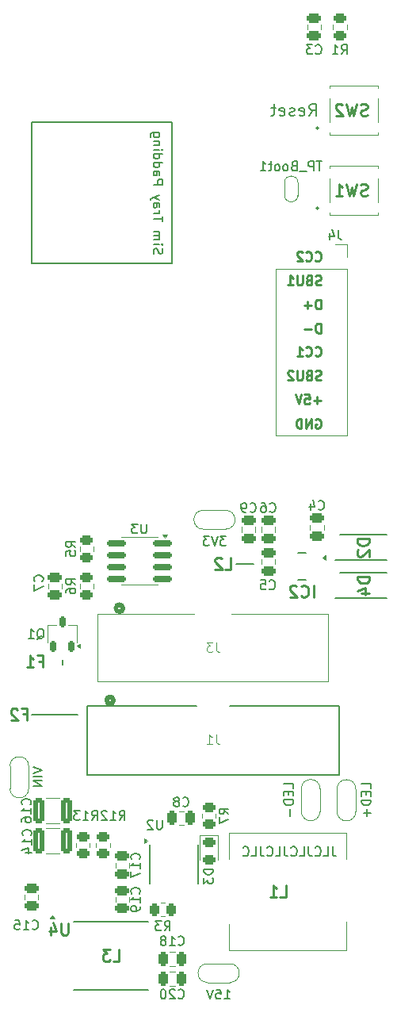
<source format=gbo>
G04 #@! TF.GenerationSoftware,KiCad,Pcbnew,8.0.1*
G04 #@! TF.CreationDate,2024-04-16T17:19:21-04:00*
G04 #@! TF.ProjectId,Bird3Controller,42697264-3343-46f6-9e74-726f6c6c6572,rev?*
G04 #@! TF.SameCoordinates,Original*
G04 #@! TF.FileFunction,Legend,Bot*
G04 #@! TF.FilePolarity,Positive*
%FSLAX46Y46*%
G04 Gerber Fmt 4.6, Leading zero omitted, Abs format (unit mm)*
G04 Created by KiCad (PCBNEW 8.0.1) date 2024-04-16 17:19:21*
%MOMM*%
%LPD*%
G01*
G04 APERTURE LIST*
G04 Aperture macros list*
%AMRoundRect*
0 Rectangle with rounded corners*
0 $1 Rounding radius*
0 $2 $3 $4 $5 $6 $7 $8 $9 X,Y pos of 4 corners*
0 Add a 4 corners polygon primitive as box body*
4,1,4,$2,$3,$4,$5,$6,$7,$8,$9,$2,$3,0*
0 Add four circle primitives for the rounded corners*
1,1,$1+$1,$2,$3*
1,1,$1+$1,$4,$5*
1,1,$1+$1,$6,$7*
1,1,$1+$1,$8,$9*
0 Add four rect primitives between the rounded corners*
20,1,$1+$1,$2,$3,$4,$5,0*
20,1,$1+$1,$4,$5,$6,$7,0*
20,1,$1+$1,$6,$7,$8,$9,0*
20,1,$1+$1,$8,$9,$2,$3,0*%
G04 Aperture macros list end*
%ADD10C,0.150000*%
%ADD11C,0.254000*%
%ADD12C,0.250000*%
%ADD13C,0.125000*%
%ADD14C,0.200000*%
%ADD15C,0.120000*%
%ADD16C,0.100000*%
%ADD17C,0.508000*%
%ADD18C,0.152400*%
%ADD19R,1.000000X0.700000*%
%ADD20R,1.525000X0.650000*%
%ADD21R,2.400000X3.100000*%
%ADD22R,0.802000X1.505000*%
%ADD23R,3.502000X2.613000*%
%ADD24R,1.700000X1.700000*%
%ADD25O,1.700000X1.700000*%
%ADD26R,5.450000X1.920000*%
%ADD27RoundRect,0.243750X-0.456250X0.243750X-0.456250X-0.243750X0.456250X-0.243750X0.456250X0.243750X0*%
%ADD28RoundRect,0.250000X0.450000X-0.262500X0.450000X0.262500X-0.450000X0.262500X-0.450000X-0.262500X0*%
%ADD29RoundRect,0.250000X0.325000X1.100000X-0.325000X1.100000X-0.325000X-1.100000X0.325000X-1.100000X0*%
%ADD30C,1.500000*%
%ADD31RoundRect,0.250000X-0.450000X0.262500X-0.450000X-0.262500X0.450000X-0.262500X0.450000X0.262500X0*%
%ADD32C,1.050000*%
%ADD33R,1.000000X2.205000*%
%ADD34R,1.000000X2.750000*%
%ADD35R,0.950000X2.205000*%
%ADD36RoundRect,0.250000X0.475000X-0.250000X0.475000X0.250000X-0.475000X0.250000X-0.475000X-0.250000X0*%
%ADD37R,2.900000X5.400000*%
%ADD38RoundRect,0.250000X-0.475000X0.250000X-0.475000X-0.250000X0.475000X-0.250000X0.475000X0.250000X0*%
%ADD39RoundRect,0.250000X-0.250000X-0.475000X0.250000X-0.475000X0.250000X0.475000X-0.250000X0.475000X0*%
%ADD40R,2.600000X1.650000*%
%ADD41RoundRect,0.250000X0.250000X0.475000X-0.250000X0.475000X-0.250000X-0.475000X0.250000X-0.475000X0*%
%ADD42R,2.200000X1.200000*%
%ADD43R,3.050000X3.100000*%
%ADD44RoundRect,0.250000X0.262500X0.450000X-0.262500X0.450000X-0.262500X-0.450000X0.262500X-0.450000X0*%
%ADD45RoundRect,0.150000X0.825000X0.150000X-0.825000X0.150000X-0.825000X-0.150000X0.825000X-0.150000X0*%
%ADD46C,1.041400*%
%ADD47R,0.990600X2.200800*%
%ADD48R,0.997648X2.250000*%
%ADD49R,0.995300X2.201600*%
%ADD50R,1.000000X2.251598*%
%ADD51R,0.990600X2.743200*%
%ADD52R,0.995300X2.251600*%
%ADD53R,0.995302X2.201600*%
%ADD54R,0.995302X2.251600*%
%ADD55RoundRect,0.162500X0.162500X-0.447500X0.162500X0.447500X-0.162500X0.447500X-0.162500X-0.447500X0*%
%ADD56C,1.000000*%
%ADD57R,0.940000X1.010000*%
G04 APERTURE END LIST*
D10*
X163050000Y-55900000D02*
X178050000Y-55900000D01*
X178050000Y-70900000D01*
X163050000Y-70900000D01*
X163050000Y-55900000D01*
X176127800Y-69910839D02*
X176080180Y-69767982D01*
X176080180Y-69767982D02*
X176080180Y-69529887D01*
X176080180Y-69529887D02*
X176127800Y-69434649D01*
X176127800Y-69434649D02*
X176175419Y-69387030D01*
X176175419Y-69387030D02*
X176270657Y-69339411D01*
X176270657Y-69339411D02*
X176365895Y-69339411D01*
X176365895Y-69339411D02*
X176461133Y-69387030D01*
X176461133Y-69387030D02*
X176508752Y-69434649D01*
X176508752Y-69434649D02*
X176556371Y-69529887D01*
X176556371Y-69529887D02*
X176603990Y-69720363D01*
X176603990Y-69720363D02*
X176651609Y-69815601D01*
X176651609Y-69815601D02*
X176699228Y-69863220D01*
X176699228Y-69863220D02*
X176794466Y-69910839D01*
X176794466Y-69910839D02*
X176889704Y-69910839D01*
X176889704Y-69910839D02*
X176984942Y-69863220D01*
X176984942Y-69863220D02*
X177032561Y-69815601D01*
X177032561Y-69815601D02*
X177080180Y-69720363D01*
X177080180Y-69720363D02*
X177080180Y-69482268D01*
X177080180Y-69482268D02*
X177032561Y-69339411D01*
X176080180Y-68910839D02*
X176746847Y-68910839D01*
X177080180Y-68910839D02*
X177032561Y-68958458D01*
X177032561Y-68958458D02*
X176984942Y-68910839D01*
X176984942Y-68910839D02*
X177032561Y-68863220D01*
X177032561Y-68863220D02*
X177080180Y-68910839D01*
X177080180Y-68910839D02*
X176984942Y-68910839D01*
X176080180Y-68434649D02*
X176746847Y-68434649D01*
X176651609Y-68434649D02*
X176699228Y-68387030D01*
X176699228Y-68387030D02*
X176746847Y-68291792D01*
X176746847Y-68291792D02*
X176746847Y-68148935D01*
X176746847Y-68148935D02*
X176699228Y-68053697D01*
X176699228Y-68053697D02*
X176603990Y-68006078D01*
X176603990Y-68006078D02*
X176080180Y-68006078D01*
X176603990Y-68006078D02*
X176699228Y-67958459D01*
X176699228Y-67958459D02*
X176746847Y-67863221D01*
X176746847Y-67863221D02*
X176746847Y-67720364D01*
X176746847Y-67720364D02*
X176699228Y-67625125D01*
X176699228Y-67625125D02*
X176603990Y-67577506D01*
X176603990Y-67577506D02*
X176080180Y-67577506D01*
X177080180Y-66482268D02*
X177080180Y-65910840D01*
X176080180Y-66196554D02*
X177080180Y-66196554D01*
X176080180Y-65577506D02*
X176746847Y-65577506D01*
X176556371Y-65577506D02*
X176651609Y-65529887D01*
X176651609Y-65529887D02*
X176699228Y-65482268D01*
X176699228Y-65482268D02*
X176746847Y-65387030D01*
X176746847Y-65387030D02*
X176746847Y-65291792D01*
X176080180Y-64529887D02*
X176603990Y-64529887D01*
X176603990Y-64529887D02*
X176699228Y-64577506D01*
X176699228Y-64577506D02*
X176746847Y-64672744D01*
X176746847Y-64672744D02*
X176746847Y-64863220D01*
X176746847Y-64863220D02*
X176699228Y-64958458D01*
X176127800Y-64529887D02*
X176080180Y-64625125D01*
X176080180Y-64625125D02*
X176080180Y-64863220D01*
X176080180Y-64863220D02*
X176127800Y-64958458D01*
X176127800Y-64958458D02*
X176223038Y-65006077D01*
X176223038Y-65006077D02*
X176318276Y-65006077D01*
X176318276Y-65006077D02*
X176413514Y-64958458D01*
X176413514Y-64958458D02*
X176461133Y-64863220D01*
X176461133Y-64863220D02*
X176461133Y-64625125D01*
X176461133Y-64625125D02*
X176508752Y-64529887D01*
X176746847Y-64148934D02*
X176080180Y-63910839D01*
X176746847Y-63672744D02*
X176080180Y-63910839D01*
X176080180Y-63910839D02*
X175842085Y-64006077D01*
X175842085Y-64006077D02*
X175794466Y-64053696D01*
X175794466Y-64053696D02*
X175746847Y-64148934D01*
X176080180Y-62529886D02*
X177080180Y-62529886D01*
X177080180Y-62529886D02*
X177080180Y-62148934D01*
X177080180Y-62148934D02*
X177032561Y-62053696D01*
X177032561Y-62053696D02*
X176984942Y-62006077D01*
X176984942Y-62006077D02*
X176889704Y-61958458D01*
X176889704Y-61958458D02*
X176746847Y-61958458D01*
X176746847Y-61958458D02*
X176651609Y-62006077D01*
X176651609Y-62006077D02*
X176603990Y-62053696D01*
X176603990Y-62053696D02*
X176556371Y-62148934D01*
X176556371Y-62148934D02*
X176556371Y-62529886D01*
X176080180Y-61101315D02*
X176603990Y-61101315D01*
X176603990Y-61101315D02*
X176699228Y-61148934D01*
X176699228Y-61148934D02*
X176746847Y-61244172D01*
X176746847Y-61244172D02*
X176746847Y-61434648D01*
X176746847Y-61434648D02*
X176699228Y-61529886D01*
X176127800Y-61101315D02*
X176080180Y-61196553D01*
X176080180Y-61196553D02*
X176080180Y-61434648D01*
X176080180Y-61434648D02*
X176127800Y-61529886D01*
X176127800Y-61529886D02*
X176223038Y-61577505D01*
X176223038Y-61577505D02*
X176318276Y-61577505D01*
X176318276Y-61577505D02*
X176413514Y-61529886D01*
X176413514Y-61529886D02*
X176461133Y-61434648D01*
X176461133Y-61434648D02*
X176461133Y-61196553D01*
X176461133Y-61196553D02*
X176508752Y-61101315D01*
X176080180Y-60196553D02*
X177080180Y-60196553D01*
X176127800Y-60196553D02*
X176080180Y-60291791D01*
X176080180Y-60291791D02*
X176080180Y-60482267D01*
X176080180Y-60482267D02*
X176127800Y-60577505D01*
X176127800Y-60577505D02*
X176175419Y-60625124D01*
X176175419Y-60625124D02*
X176270657Y-60672743D01*
X176270657Y-60672743D02*
X176556371Y-60672743D01*
X176556371Y-60672743D02*
X176651609Y-60625124D01*
X176651609Y-60625124D02*
X176699228Y-60577505D01*
X176699228Y-60577505D02*
X176746847Y-60482267D01*
X176746847Y-60482267D02*
X176746847Y-60291791D01*
X176746847Y-60291791D02*
X176699228Y-60196553D01*
X176080180Y-59291791D02*
X177080180Y-59291791D01*
X176127800Y-59291791D02*
X176080180Y-59387029D01*
X176080180Y-59387029D02*
X176080180Y-59577505D01*
X176080180Y-59577505D02*
X176127800Y-59672743D01*
X176127800Y-59672743D02*
X176175419Y-59720362D01*
X176175419Y-59720362D02*
X176270657Y-59767981D01*
X176270657Y-59767981D02*
X176556371Y-59767981D01*
X176556371Y-59767981D02*
X176651609Y-59720362D01*
X176651609Y-59720362D02*
X176699228Y-59672743D01*
X176699228Y-59672743D02*
X176746847Y-59577505D01*
X176746847Y-59577505D02*
X176746847Y-59387029D01*
X176746847Y-59387029D02*
X176699228Y-59291791D01*
X176080180Y-58815600D02*
X176746847Y-58815600D01*
X177080180Y-58815600D02*
X177032561Y-58863219D01*
X177032561Y-58863219D02*
X176984942Y-58815600D01*
X176984942Y-58815600D02*
X177032561Y-58767981D01*
X177032561Y-58767981D02*
X177080180Y-58815600D01*
X177080180Y-58815600D02*
X176984942Y-58815600D01*
X176746847Y-58339410D02*
X176080180Y-58339410D01*
X176651609Y-58339410D02*
X176699228Y-58291791D01*
X176699228Y-58291791D02*
X176746847Y-58196553D01*
X176746847Y-58196553D02*
X176746847Y-58053696D01*
X176746847Y-58053696D02*
X176699228Y-57958458D01*
X176699228Y-57958458D02*
X176603990Y-57910839D01*
X176603990Y-57910839D02*
X176080180Y-57910839D01*
X176746847Y-57006077D02*
X175937323Y-57006077D01*
X175937323Y-57006077D02*
X175842085Y-57053696D01*
X175842085Y-57053696D02*
X175794466Y-57101315D01*
X175794466Y-57101315D02*
X175746847Y-57196553D01*
X175746847Y-57196553D02*
X175746847Y-57339410D01*
X175746847Y-57339410D02*
X175794466Y-57434648D01*
X176127800Y-57006077D02*
X176080180Y-57101315D01*
X176080180Y-57101315D02*
X176080180Y-57291791D01*
X176080180Y-57291791D02*
X176127800Y-57387029D01*
X176127800Y-57387029D02*
X176175419Y-57434648D01*
X176175419Y-57434648D02*
X176270657Y-57482267D01*
X176270657Y-57482267D02*
X176556371Y-57482267D01*
X176556371Y-57482267D02*
X176651609Y-57434648D01*
X176651609Y-57434648D02*
X176699228Y-57387029D01*
X176699228Y-57387029D02*
X176746847Y-57291791D01*
X176746847Y-57291791D02*
X176746847Y-57101315D01*
X176746847Y-57101315D02*
X176699228Y-57006077D01*
X195219048Y-133204819D02*
X195219048Y-133919104D01*
X195219048Y-133919104D02*
X195266667Y-134061961D01*
X195266667Y-134061961D02*
X195361905Y-134157200D01*
X195361905Y-134157200D02*
X195504762Y-134204819D01*
X195504762Y-134204819D02*
X195600000Y-134204819D01*
X194266667Y-134204819D02*
X194742857Y-134204819D01*
X194742857Y-134204819D02*
X194742857Y-133204819D01*
X193361905Y-134109580D02*
X193409524Y-134157200D01*
X193409524Y-134157200D02*
X193552381Y-134204819D01*
X193552381Y-134204819D02*
X193647619Y-134204819D01*
X193647619Y-134204819D02*
X193790476Y-134157200D01*
X193790476Y-134157200D02*
X193885714Y-134061961D01*
X193885714Y-134061961D02*
X193933333Y-133966723D01*
X193933333Y-133966723D02*
X193980952Y-133776247D01*
X193980952Y-133776247D02*
X193980952Y-133633390D01*
X193980952Y-133633390D02*
X193933333Y-133442914D01*
X193933333Y-133442914D02*
X193885714Y-133347676D01*
X193885714Y-133347676D02*
X193790476Y-133252438D01*
X193790476Y-133252438D02*
X193647619Y-133204819D01*
X193647619Y-133204819D02*
X193552381Y-133204819D01*
X193552381Y-133204819D02*
X193409524Y-133252438D01*
X193409524Y-133252438D02*
X193361905Y-133300057D01*
X192647619Y-133204819D02*
X192647619Y-133919104D01*
X192647619Y-133919104D02*
X192695238Y-134061961D01*
X192695238Y-134061961D02*
X192790476Y-134157200D01*
X192790476Y-134157200D02*
X192933333Y-134204819D01*
X192933333Y-134204819D02*
X193028571Y-134204819D01*
X191695238Y-134204819D02*
X192171428Y-134204819D01*
X192171428Y-134204819D02*
X192171428Y-133204819D01*
X190790476Y-134109580D02*
X190838095Y-134157200D01*
X190838095Y-134157200D02*
X190980952Y-134204819D01*
X190980952Y-134204819D02*
X191076190Y-134204819D01*
X191076190Y-134204819D02*
X191219047Y-134157200D01*
X191219047Y-134157200D02*
X191314285Y-134061961D01*
X191314285Y-134061961D02*
X191361904Y-133966723D01*
X191361904Y-133966723D02*
X191409523Y-133776247D01*
X191409523Y-133776247D02*
X191409523Y-133633390D01*
X191409523Y-133633390D02*
X191361904Y-133442914D01*
X191361904Y-133442914D02*
X191314285Y-133347676D01*
X191314285Y-133347676D02*
X191219047Y-133252438D01*
X191219047Y-133252438D02*
X191076190Y-133204819D01*
X191076190Y-133204819D02*
X190980952Y-133204819D01*
X190980952Y-133204819D02*
X190838095Y-133252438D01*
X190838095Y-133252438D02*
X190790476Y-133300057D01*
X190076190Y-133204819D02*
X190076190Y-133919104D01*
X190076190Y-133919104D02*
X190123809Y-134061961D01*
X190123809Y-134061961D02*
X190219047Y-134157200D01*
X190219047Y-134157200D02*
X190361904Y-134204819D01*
X190361904Y-134204819D02*
X190457142Y-134204819D01*
X189123809Y-134204819D02*
X189599999Y-134204819D01*
X189599999Y-134204819D02*
X189599999Y-133204819D01*
X188219047Y-134109580D02*
X188266666Y-134157200D01*
X188266666Y-134157200D02*
X188409523Y-134204819D01*
X188409523Y-134204819D02*
X188504761Y-134204819D01*
X188504761Y-134204819D02*
X188647618Y-134157200D01*
X188647618Y-134157200D02*
X188742856Y-134061961D01*
X188742856Y-134061961D02*
X188790475Y-133966723D01*
X188790475Y-133966723D02*
X188838094Y-133776247D01*
X188838094Y-133776247D02*
X188838094Y-133633390D01*
X188838094Y-133633390D02*
X188790475Y-133442914D01*
X188790475Y-133442914D02*
X188742856Y-133347676D01*
X188742856Y-133347676D02*
X188647618Y-133252438D01*
X188647618Y-133252438D02*
X188504761Y-133204819D01*
X188504761Y-133204819D02*
X188409523Y-133204819D01*
X188409523Y-133204819D02*
X188266666Y-133252438D01*
X188266666Y-133252438D02*
X188219047Y-133300057D01*
X187504761Y-133204819D02*
X187504761Y-133919104D01*
X187504761Y-133919104D02*
X187552380Y-134061961D01*
X187552380Y-134061961D02*
X187647618Y-134157200D01*
X187647618Y-134157200D02*
X187790475Y-134204819D01*
X187790475Y-134204819D02*
X187885713Y-134204819D01*
X186552380Y-134204819D02*
X187028570Y-134204819D01*
X187028570Y-134204819D02*
X187028570Y-133204819D01*
X185647618Y-134109580D02*
X185695237Y-134157200D01*
X185695237Y-134157200D02*
X185838094Y-134204819D01*
X185838094Y-134204819D02*
X185933332Y-134204819D01*
X185933332Y-134204819D02*
X186076189Y-134157200D01*
X186076189Y-134157200D02*
X186171427Y-134061961D01*
X186171427Y-134061961D02*
X186219046Y-133966723D01*
X186219046Y-133966723D02*
X186266665Y-133776247D01*
X186266665Y-133776247D02*
X186266665Y-133633390D01*
X186266665Y-133633390D02*
X186219046Y-133442914D01*
X186219046Y-133442914D02*
X186171427Y-133347676D01*
X186171427Y-133347676D02*
X186076189Y-133252438D01*
X186076189Y-133252438D02*
X185933332Y-133204819D01*
X185933332Y-133204819D02*
X185838094Y-133204819D01*
X185838094Y-133204819D02*
X185695237Y-133252438D01*
X185695237Y-133252438D02*
X185647618Y-133300057D01*
D11*
X193189762Y-106574318D02*
X193189762Y-105304318D01*
X191859285Y-106453365D02*
X191919761Y-106513842D01*
X191919761Y-106513842D02*
X192101190Y-106574318D01*
X192101190Y-106574318D02*
X192222142Y-106574318D01*
X192222142Y-106574318D02*
X192403571Y-106513842D01*
X192403571Y-106513842D02*
X192524523Y-106392889D01*
X192524523Y-106392889D02*
X192585000Y-106271937D01*
X192585000Y-106271937D02*
X192645476Y-106030032D01*
X192645476Y-106030032D02*
X192645476Y-105848603D01*
X192645476Y-105848603D02*
X192585000Y-105606699D01*
X192585000Y-105606699D02*
X192524523Y-105485746D01*
X192524523Y-105485746D02*
X192403571Y-105364794D01*
X192403571Y-105364794D02*
X192222142Y-105304318D01*
X192222142Y-105304318D02*
X192101190Y-105304318D01*
X192101190Y-105304318D02*
X191919761Y-105364794D01*
X191919761Y-105364794D02*
X191859285Y-105425270D01*
X191375476Y-105425270D02*
X191315000Y-105364794D01*
X191315000Y-105364794D02*
X191194047Y-105304318D01*
X191194047Y-105304318D02*
X190891666Y-105304318D01*
X190891666Y-105304318D02*
X190770714Y-105364794D01*
X190770714Y-105364794D02*
X190710238Y-105425270D01*
X190710238Y-105425270D02*
X190649761Y-105546222D01*
X190649761Y-105546222D02*
X190649761Y-105667175D01*
X190649761Y-105667175D02*
X190710238Y-105848603D01*
X190710238Y-105848603D02*
X191435952Y-106574318D01*
X191435952Y-106574318D02*
X190649761Y-106574318D01*
X166967619Y-141354318D02*
X166967619Y-142382413D01*
X166967619Y-142382413D02*
X166907142Y-142503365D01*
X166907142Y-142503365D02*
X166846666Y-142563842D01*
X166846666Y-142563842D02*
X166725714Y-142624318D01*
X166725714Y-142624318D02*
X166483809Y-142624318D01*
X166483809Y-142624318D02*
X166362857Y-142563842D01*
X166362857Y-142563842D02*
X166302380Y-142503365D01*
X166302380Y-142503365D02*
X166241904Y-142382413D01*
X166241904Y-142382413D02*
X166241904Y-141354318D01*
X165092857Y-141777651D02*
X165092857Y-142624318D01*
X165395238Y-141293842D02*
X165697619Y-142200984D01*
X165697619Y-142200984D02*
X164911428Y-142200984D01*
D10*
X177011904Y-130354819D02*
X177011904Y-131164342D01*
X177011904Y-131164342D02*
X176964285Y-131259580D01*
X176964285Y-131259580D02*
X176916666Y-131307200D01*
X176916666Y-131307200D02*
X176821428Y-131354819D01*
X176821428Y-131354819D02*
X176630952Y-131354819D01*
X176630952Y-131354819D02*
X176535714Y-131307200D01*
X176535714Y-131307200D02*
X176488095Y-131259580D01*
X176488095Y-131259580D02*
X176440476Y-131164342D01*
X176440476Y-131164342D02*
X176440476Y-130354819D01*
X176011904Y-130450057D02*
X175964285Y-130402438D01*
X175964285Y-130402438D02*
X175869047Y-130354819D01*
X175869047Y-130354819D02*
X175630952Y-130354819D01*
X175630952Y-130354819D02*
X175535714Y-130402438D01*
X175535714Y-130402438D02*
X175488095Y-130450057D01*
X175488095Y-130450057D02*
X175440476Y-130545295D01*
X175440476Y-130545295D02*
X175440476Y-130640533D01*
X175440476Y-130640533D02*
X175488095Y-130783390D01*
X175488095Y-130783390D02*
X176059523Y-131354819D01*
X176059523Y-131354819D02*
X175440476Y-131354819D01*
X195833333Y-67374819D02*
X195833333Y-68089104D01*
X195833333Y-68089104D02*
X195880952Y-68231961D01*
X195880952Y-68231961D02*
X195976190Y-68327200D01*
X195976190Y-68327200D02*
X196119047Y-68374819D01*
X196119047Y-68374819D02*
X196214285Y-68374819D01*
X194928571Y-67708152D02*
X194928571Y-68374819D01*
X195166666Y-67327200D02*
X195404761Y-68041485D01*
X195404761Y-68041485D02*
X194785714Y-68041485D01*
D12*
X193947431Y-78349619D02*
X193947431Y-77349619D01*
X193947431Y-77349619D02*
X193709336Y-77349619D01*
X193709336Y-77349619D02*
X193566479Y-77397238D01*
X193566479Y-77397238D02*
X193471241Y-77492476D01*
X193471241Y-77492476D02*
X193423622Y-77587714D01*
X193423622Y-77587714D02*
X193376003Y-77778190D01*
X193376003Y-77778190D02*
X193376003Y-77921047D01*
X193376003Y-77921047D02*
X193423622Y-78111523D01*
X193423622Y-78111523D02*
X193471241Y-78206761D01*
X193471241Y-78206761D02*
X193566479Y-78302000D01*
X193566479Y-78302000D02*
X193709336Y-78349619D01*
X193709336Y-78349619D02*
X193947431Y-78349619D01*
X192947431Y-77968666D02*
X192185527Y-77968666D01*
X193947431Y-85568666D02*
X193185527Y-85568666D01*
X193566479Y-85949619D02*
X193566479Y-85187714D01*
X192233146Y-84949619D02*
X192709336Y-84949619D01*
X192709336Y-84949619D02*
X192756955Y-85425809D01*
X192756955Y-85425809D02*
X192709336Y-85378190D01*
X192709336Y-85378190D02*
X192614098Y-85330571D01*
X192614098Y-85330571D02*
X192376003Y-85330571D01*
X192376003Y-85330571D02*
X192280765Y-85378190D01*
X192280765Y-85378190D02*
X192233146Y-85425809D01*
X192233146Y-85425809D02*
X192185527Y-85521047D01*
X192185527Y-85521047D02*
X192185527Y-85759142D01*
X192185527Y-85759142D02*
X192233146Y-85854380D01*
X192233146Y-85854380D02*
X192280765Y-85902000D01*
X192280765Y-85902000D02*
X192376003Y-85949619D01*
X192376003Y-85949619D02*
X192614098Y-85949619D01*
X192614098Y-85949619D02*
X192709336Y-85902000D01*
X192709336Y-85902000D02*
X192756955Y-85854380D01*
X191899812Y-84949619D02*
X191566479Y-85949619D01*
X191566479Y-85949619D02*
X191233146Y-84949619D01*
X193376003Y-80754380D02*
X193423622Y-80802000D01*
X193423622Y-80802000D02*
X193566479Y-80849619D01*
X193566479Y-80849619D02*
X193661717Y-80849619D01*
X193661717Y-80849619D02*
X193804574Y-80802000D01*
X193804574Y-80802000D02*
X193899812Y-80706761D01*
X193899812Y-80706761D02*
X193947431Y-80611523D01*
X193947431Y-80611523D02*
X193995050Y-80421047D01*
X193995050Y-80421047D02*
X193995050Y-80278190D01*
X193995050Y-80278190D02*
X193947431Y-80087714D01*
X193947431Y-80087714D02*
X193899812Y-79992476D01*
X193899812Y-79992476D02*
X193804574Y-79897238D01*
X193804574Y-79897238D02*
X193661717Y-79849619D01*
X193661717Y-79849619D02*
X193566479Y-79849619D01*
X193566479Y-79849619D02*
X193423622Y-79897238D01*
X193423622Y-79897238D02*
X193376003Y-79944857D01*
X192376003Y-80754380D02*
X192423622Y-80802000D01*
X192423622Y-80802000D02*
X192566479Y-80849619D01*
X192566479Y-80849619D02*
X192661717Y-80849619D01*
X192661717Y-80849619D02*
X192804574Y-80802000D01*
X192804574Y-80802000D02*
X192899812Y-80706761D01*
X192899812Y-80706761D02*
X192947431Y-80611523D01*
X192947431Y-80611523D02*
X192995050Y-80421047D01*
X192995050Y-80421047D02*
X192995050Y-80278190D01*
X192995050Y-80278190D02*
X192947431Y-80087714D01*
X192947431Y-80087714D02*
X192899812Y-79992476D01*
X192899812Y-79992476D02*
X192804574Y-79897238D01*
X192804574Y-79897238D02*
X192661717Y-79849619D01*
X192661717Y-79849619D02*
X192566479Y-79849619D01*
X192566479Y-79849619D02*
X192423622Y-79897238D01*
X192423622Y-79897238D02*
X192376003Y-79944857D01*
X191423622Y-80849619D02*
X191995050Y-80849619D01*
X191709336Y-80849619D02*
X191709336Y-79849619D01*
X191709336Y-79849619D02*
X191804574Y-79992476D01*
X191804574Y-79992476D02*
X191899812Y-80087714D01*
X191899812Y-80087714D02*
X191995050Y-80135333D01*
X193423622Y-87597238D02*
X193518860Y-87549619D01*
X193518860Y-87549619D02*
X193661717Y-87549619D01*
X193661717Y-87549619D02*
X193804574Y-87597238D01*
X193804574Y-87597238D02*
X193899812Y-87692476D01*
X193899812Y-87692476D02*
X193947431Y-87787714D01*
X193947431Y-87787714D02*
X193995050Y-87978190D01*
X193995050Y-87978190D02*
X193995050Y-88121047D01*
X193995050Y-88121047D02*
X193947431Y-88311523D01*
X193947431Y-88311523D02*
X193899812Y-88406761D01*
X193899812Y-88406761D02*
X193804574Y-88502000D01*
X193804574Y-88502000D02*
X193661717Y-88549619D01*
X193661717Y-88549619D02*
X193566479Y-88549619D01*
X193566479Y-88549619D02*
X193423622Y-88502000D01*
X193423622Y-88502000D02*
X193376003Y-88454380D01*
X193376003Y-88454380D02*
X193376003Y-88121047D01*
X193376003Y-88121047D02*
X193566479Y-88121047D01*
X192947431Y-88549619D02*
X192947431Y-87549619D01*
X192947431Y-87549619D02*
X192376003Y-88549619D01*
X192376003Y-88549619D02*
X192376003Y-87549619D01*
X191899812Y-88549619D02*
X191899812Y-87549619D01*
X191899812Y-87549619D02*
X191661717Y-87549619D01*
X191661717Y-87549619D02*
X191518860Y-87597238D01*
X191518860Y-87597238D02*
X191423622Y-87692476D01*
X191423622Y-87692476D02*
X191376003Y-87787714D01*
X191376003Y-87787714D02*
X191328384Y-87978190D01*
X191328384Y-87978190D02*
X191328384Y-88121047D01*
X191328384Y-88121047D02*
X191376003Y-88311523D01*
X191376003Y-88311523D02*
X191423622Y-88406761D01*
X191423622Y-88406761D02*
X191518860Y-88502000D01*
X191518860Y-88502000D02*
X191661717Y-88549619D01*
X191661717Y-88549619D02*
X191899812Y-88549619D01*
X193376003Y-70604380D02*
X193423622Y-70652000D01*
X193423622Y-70652000D02*
X193566479Y-70699619D01*
X193566479Y-70699619D02*
X193661717Y-70699619D01*
X193661717Y-70699619D02*
X193804574Y-70652000D01*
X193804574Y-70652000D02*
X193899812Y-70556761D01*
X193899812Y-70556761D02*
X193947431Y-70461523D01*
X193947431Y-70461523D02*
X193995050Y-70271047D01*
X193995050Y-70271047D02*
X193995050Y-70128190D01*
X193995050Y-70128190D02*
X193947431Y-69937714D01*
X193947431Y-69937714D02*
X193899812Y-69842476D01*
X193899812Y-69842476D02*
X193804574Y-69747238D01*
X193804574Y-69747238D02*
X193661717Y-69699619D01*
X193661717Y-69699619D02*
X193566479Y-69699619D01*
X193566479Y-69699619D02*
X193423622Y-69747238D01*
X193423622Y-69747238D02*
X193376003Y-69794857D01*
X192376003Y-70604380D02*
X192423622Y-70652000D01*
X192423622Y-70652000D02*
X192566479Y-70699619D01*
X192566479Y-70699619D02*
X192661717Y-70699619D01*
X192661717Y-70699619D02*
X192804574Y-70652000D01*
X192804574Y-70652000D02*
X192899812Y-70556761D01*
X192899812Y-70556761D02*
X192947431Y-70461523D01*
X192947431Y-70461523D02*
X192995050Y-70271047D01*
X192995050Y-70271047D02*
X192995050Y-70128190D01*
X192995050Y-70128190D02*
X192947431Y-69937714D01*
X192947431Y-69937714D02*
X192899812Y-69842476D01*
X192899812Y-69842476D02*
X192804574Y-69747238D01*
X192804574Y-69747238D02*
X192661717Y-69699619D01*
X192661717Y-69699619D02*
X192566479Y-69699619D01*
X192566479Y-69699619D02*
X192423622Y-69747238D01*
X192423622Y-69747238D02*
X192376003Y-69794857D01*
X191995050Y-69794857D02*
X191947431Y-69747238D01*
X191947431Y-69747238D02*
X191852193Y-69699619D01*
X191852193Y-69699619D02*
X191614098Y-69699619D01*
X191614098Y-69699619D02*
X191518860Y-69747238D01*
X191518860Y-69747238D02*
X191471241Y-69794857D01*
X191471241Y-69794857D02*
X191423622Y-69890095D01*
X191423622Y-69890095D02*
X191423622Y-69985333D01*
X191423622Y-69985333D02*
X191471241Y-70128190D01*
X191471241Y-70128190D02*
X192042669Y-70699619D01*
X192042669Y-70699619D02*
X191423622Y-70699619D01*
X193995050Y-73202000D02*
X193852193Y-73249619D01*
X193852193Y-73249619D02*
X193614098Y-73249619D01*
X193614098Y-73249619D02*
X193518860Y-73202000D01*
X193518860Y-73202000D02*
X193471241Y-73154380D01*
X193471241Y-73154380D02*
X193423622Y-73059142D01*
X193423622Y-73059142D02*
X193423622Y-72963904D01*
X193423622Y-72963904D02*
X193471241Y-72868666D01*
X193471241Y-72868666D02*
X193518860Y-72821047D01*
X193518860Y-72821047D02*
X193614098Y-72773428D01*
X193614098Y-72773428D02*
X193804574Y-72725809D01*
X193804574Y-72725809D02*
X193899812Y-72678190D01*
X193899812Y-72678190D02*
X193947431Y-72630571D01*
X193947431Y-72630571D02*
X193995050Y-72535333D01*
X193995050Y-72535333D02*
X193995050Y-72440095D01*
X193995050Y-72440095D02*
X193947431Y-72344857D01*
X193947431Y-72344857D02*
X193899812Y-72297238D01*
X193899812Y-72297238D02*
X193804574Y-72249619D01*
X193804574Y-72249619D02*
X193566479Y-72249619D01*
X193566479Y-72249619D02*
X193423622Y-72297238D01*
X192661717Y-72725809D02*
X192518860Y-72773428D01*
X192518860Y-72773428D02*
X192471241Y-72821047D01*
X192471241Y-72821047D02*
X192423622Y-72916285D01*
X192423622Y-72916285D02*
X192423622Y-73059142D01*
X192423622Y-73059142D02*
X192471241Y-73154380D01*
X192471241Y-73154380D02*
X192518860Y-73202000D01*
X192518860Y-73202000D02*
X192614098Y-73249619D01*
X192614098Y-73249619D02*
X192995050Y-73249619D01*
X192995050Y-73249619D02*
X192995050Y-72249619D01*
X192995050Y-72249619D02*
X192661717Y-72249619D01*
X192661717Y-72249619D02*
X192566479Y-72297238D01*
X192566479Y-72297238D02*
X192518860Y-72344857D01*
X192518860Y-72344857D02*
X192471241Y-72440095D01*
X192471241Y-72440095D02*
X192471241Y-72535333D01*
X192471241Y-72535333D02*
X192518860Y-72630571D01*
X192518860Y-72630571D02*
X192566479Y-72678190D01*
X192566479Y-72678190D02*
X192661717Y-72725809D01*
X192661717Y-72725809D02*
X192995050Y-72725809D01*
X191995050Y-72249619D02*
X191995050Y-73059142D01*
X191995050Y-73059142D02*
X191947431Y-73154380D01*
X191947431Y-73154380D02*
X191899812Y-73202000D01*
X191899812Y-73202000D02*
X191804574Y-73249619D01*
X191804574Y-73249619D02*
X191614098Y-73249619D01*
X191614098Y-73249619D02*
X191518860Y-73202000D01*
X191518860Y-73202000D02*
X191471241Y-73154380D01*
X191471241Y-73154380D02*
X191423622Y-73059142D01*
X191423622Y-73059142D02*
X191423622Y-72249619D01*
X190423622Y-73249619D02*
X190995050Y-73249619D01*
X190709336Y-73249619D02*
X190709336Y-72249619D01*
X190709336Y-72249619D02*
X190804574Y-72392476D01*
X190804574Y-72392476D02*
X190899812Y-72487714D01*
X190899812Y-72487714D02*
X190995050Y-72535333D01*
X193947431Y-75799619D02*
X193947431Y-74799619D01*
X193947431Y-74799619D02*
X193709336Y-74799619D01*
X193709336Y-74799619D02*
X193566479Y-74847238D01*
X193566479Y-74847238D02*
X193471241Y-74942476D01*
X193471241Y-74942476D02*
X193423622Y-75037714D01*
X193423622Y-75037714D02*
X193376003Y-75228190D01*
X193376003Y-75228190D02*
X193376003Y-75371047D01*
X193376003Y-75371047D02*
X193423622Y-75561523D01*
X193423622Y-75561523D02*
X193471241Y-75656761D01*
X193471241Y-75656761D02*
X193566479Y-75752000D01*
X193566479Y-75752000D02*
X193709336Y-75799619D01*
X193709336Y-75799619D02*
X193947431Y-75799619D01*
X192947431Y-75418666D02*
X192185527Y-75418666D01*
X192566479Y-75799619D02*
X192566479Y-75037714D01*
X193995050Y-83352000D02*
X193852193Y-83399619D01*
X193852193Y-83399619D02*
X193614098Y-83399619D01*
X193614098Y-83399619D02*
X193518860Y-83352000D01*
X193518860Y-83352000D02*
X193471241Y-83304380D01*
X193471241Y-83304380D02*
X193423622Y-83209142D01*
X193423622Y-83209142D02*
X193423622Y-83113904D01*
X193423622Y-83113904D02*
X193471241Y-83018666D01*
X193471241Y-83018666D02*
X193518860Y-82971047D01*
X193518860Y-82971047D02*
X193614098Y-82923428D01*
X193614098Y-82923428D02*
X193804574Y-82875809D01*
X193804574Y-82875809D02*
X193899812Y-82828190D01*
X193899812Y-82828190D02*
X193947431Y-82780571D01*
X193947431Y-82780571D02*
X193995050Y-82685333D01*
X193995050Y-82685333D02*
X193995050Y-82590095D01*
X193995050Y-82590095D02*
X193947431Y-82494857D01*
X193947431Y-82494857D02*
X193899812Y-82447238D01*
X193899812Y-82447238D02*
X193804574Y-82399619D01*
X193804574Y-82399619D02*
X193566479Y-82399619D01*
X193566479Y-82399619D02*
X193423622Y-82447238D01*
X192661717Y-82875809D02*
X192518860Y-82923428D01*
X192518860Y-82923428D02*
X192471241Y-82971047D01*
X192471241Y-82971047D02*
X192423622Y-83066285D01*
X192423622Y-83066285D02*
X192423622Y-83209142D01*
X192423622Y-83209142D02*
X192471241Y-83304380D01*
X192471241Y-83304380D02*
X192518860Y-83352000D01*
X192518860Y-83352000D02*
X192614098Y-83399619D01*
X192614098Y-83399619D02*
X192995050Y-83399619D01*
X192995050Y-83399619D02*
X192995050Y-82399619D01*
X192995050Y-82399619D02*
X192661717Y-82399619D01*
X192661717Y-82399619D02*
X192566479Y-82447238D01*
X192566479Y-82447238D02*
X192518860Y-82494857D01*
X192518860Y-82494857D02*
X192471241Y-82590095D01*
X192471241Y-82590095D02*
X192471241Y-82685333D01*
X192471241Y-82685333D02*
X192518860Y-82780571D01*
X192518860Y-82780571D02*
X192566479Y-82828190D01*
X192566479Y-82828190D02*
X192661717Y-82875809D01*
X192661717Y-82875809D02*
X192995050Y-82875809D01*
X191995050Y-82399619D02*
X191995050Y-83209142D01*
X191995050Y-83209142D02*
X191947431Y-83304380D01*
X191947431Y-83304380D02*
X191899812Y-83352000D01*
X191899812Y-83352000D02*
X191804574Y-83399619D01*
X191804574Y-83399619D02*
X191614098Y-83399619D01*
X191614098Y-83399619D02*
X191518860Y-83352000D01*
X191518860Y-83352000D02*
X191471241Y-83304380D01*
X191471241Y-83304380D02*
X191423622Y-83209142D01*
X191423622Y-83209142D02*
X191423622Y-82399619D01*
X190995050Y-82494857D02*
X190947431Y-82447238D01*
X190947431Y-82447238D02*
X190852193Y-82399619D01*
X190852193Y-82399619D02*
X190614098Y-82399619D01*
X190614098Y-82399619D02*
X190518860Y-82447238D01*
X190518860Y-82447238D02*
X190471241Y-82494857D01*
X190471241Y-82494857D02*
X190423622Y-82590095D01*
X190423622Y-82590095D02*
X190423622Y-82685333D01*
X190423622Y-82685333D02*
X190471241Y-82828190D01*
X190471241Y-82828190D02*
X191042669Y-83399619D01*
X191042669Y-83399619D02*
X190423622Y-83399619D01*
D11*
X162173332Y-119059080D02*
X162596666Y-119059080D01*
X162596666Y-119724318D02*
X162596666Y-118454318D01*
X162596666Y-118454318D02*
X161991904Y-118454318D01*
X161568571Y-118575270D02*
X161508095Y-118514794D01*
X161508095Y-118514794D02*
X161387142Y-118454318D01*
X161387142Y-118454318D02*
X161084761Y-118454318D01*
X161084761Y-118454318D02*
X160963809Y-118514794D01*
X160963809Y-118514794D02*
X160903333Y-118575270D01*
X160903333Y-118575270D02*
X160842856Y-118696222D01*
X160842856Y-118696222D02*
X160842856Y-118817175D01*
X160842856Y-118817175D02*
X160903333Y-118998603D01*
X160903333Y-118998603D02*
X161629047Y-119724318D01*
X161629047Y-119724318D02*
X160842856Y-119724318D01*
D10*
X182454819Y-135611905D02*
X181454819Y-135611905D01*
X181454819Y-135611905D02*
X181454819Y-135850000D01*
X181454819Y-135850000D02*
X181502438Y-135992857D01*
X181502438Y-135992857D02*
X181597676Y-136088095D01*
X181597676Y-136088095D02*
X181692914Y-136135714D01*
X181692914Y-136135714D02*
X181883390Y-136183333D01*
X181883390Y-136183333D02*
X182026247Y-136183333D01*
X182026247Y-136183333D02*
X182216723Y-136135714D01*
X182216723Y-136135714D02*
X182311961Y-136088095D01*
X182311961Y-136088095D02*
X182407200Y-135992857D01*
X182407200Y-135992857D02*
X182454819Y-135850000D01*
X182454819Y-135850000D02*
X182454819Y-135611905D01*
X181454819Y-136516667D02*
X181454819Y-137135714D01*
X181454819Y-137135714D02*
X181835771Y-136802381D01*
X181835771Y-136802381D02*
X181835771Y-136945238D01*
X181835771Y-136945238D02*
X181883390Y-137040476D01*
X181883390Y-137040476D02*
X181931009Y-137088095D01*
X181931009Y-137088095D02*
X182026247Y-137135714D01*
X182026247Y-137135714D02*
X182264342Y-137135714D01*
X182264342Y-137135714D02*
X182359580Y-137088095D01*
X182359580Y-137088095D02*
X182407200Y-137040476D01*
X182407200Y-137040476D02*
X182454819Y-136945238D01*
X182454819Y-136945238D02*
X182454819Y-136659524D01*
X182454819Y-136659524D02*
X182407200Y-136564286D01*
X182407200Y-136564286D02*
X182359580Y-136516667D01*
X172442857Y-130354819D02*
X172776190Y-129878628D01*
X173014285Y-130354819D02*
X173014285Y-129354819D01*
X173014285Y-129354819D02*
X172633333Y-129354819D01*
X172633333Y-129354819D02*
X172538095Y-129402438D01*
X172538095Y-129402438D02*
X172490476Y-129450057D01*
X172490476Y-129450057D02*
X172442857Y-129545295D01*
X172442857Y-129545295D02*
X172442857Y-129688152D01*
X172442857Y-129688152D02*
X172490476Y-129783390D01*
X172490476Y-129783390D02*
X172538095Y-129831009D01*
X172538095Y-129831009D02*
X172633333Y-129878628D01*
X172633333Y-129878628D02*
X173014285Y-129878628D01*
X171490476Y-130354819D02*
X172061904Y-130354819D01*
X171776190Y-130354819D02*
X171776190Y-129354819D01*
X171776190Y-129354819D02*
X171871428Y-129497676D01*
X171871428Y-129497676D02*
X171966666Y-129592914D01*
X171966666Y-129592914D02*
X172061904Y-129640533D01*
X171109523Y-129450057D02*
X171061904Y-129402438D01*
X171061904Y-129402438D02*
X170966666Y-129354819D01*
X170966666Y-129354819D02*
X170728571Y-129354819D01*
X170728571Y-129354819D02*
X170633333Y-129402438D01*
X170633333Y-129402438D02*
X170585714Y-129450057D01*
X170585714Y-129450057D02*
X170538095Y-129545295D01*
X170538095Y-129545295D02*
X170538095Y-129640533D01*
X170538095Y-129640533D02*
X170585714Y-129783390D01*
X170585714Y-129783390D02*
X171157142Y-130354819D01*
X171157142Y-130354819D02*
X170538095Y-130354819D01*
D11*
X198943333Y-55113842D02*
X198761904Y-55174318D01*
X198761904Y-55174318D02*
X198459523Y-55174318D01*
X198459523Y-55174318D02*
X198338571Y-55113842D01*
X198338571Y-55113842D02*
X198278095Y-55053365D01*
X198278095Y-55053365D02*
X198217618Y-54932413D01*
X198217618Y-54932413D02*
X198217618Y-54811461D01*
X198217618Y-54811461D02*
X198278095Y-54690508D01*
X198278095Y-54690508D02*
X198338571Y-54630032D01*
X198338571Y-54630032D02*
X198459523Y-54569556D01*
X198459523Y-54569556D02*
X198701428Y-54509080D01*
X198701428Y-54509080D02*
X198822380Y-54448603D01*
X198822380Y-54448603D02*
X198882857Y-54388127D01*
X198882857Y-54388127D02*
X198943333Y-54267175D01*
X198943333Y-54267175D02*
X198943333Y-54146222D01*
X198943333Y-54146222D02*
X198882857Y-54025270D01*
X198882857Y-54025270D02*
X198822380Y-53964794D01*
X198822380Y-53964794D02*
X198701428Y-53904318D01*
X198701428Y-53904318D02*
X198399047Y-53904318D01*
X198399047Y-53904318D02*
X198217618Y-53964794D01*
X197794285Y-53904318D02*
X197491904Y-55174318D01*
X197491904Y-55174318D02*
X197249999Y-54267175D01*
X197249999Y-54267175D02*
X197008094Y-55174318D01*
X197008094Y-55174318D02*
X196705714Y-53904318D01*
X196282380Y-54025270D02*
X196221904Y-53964794D01*
X196221904Y-53964794D02*
X196100951Y-53904318D01*
X196100951Y-53904318D02*
X195798570Y-53904318D01*
X195798570Y-53904318D02*
X195677618Y-53964794D01*
X195677618Y-53964794D02*
X195617142Y-54025270D01*
X195617142Y-54025270D02*
X195556665Y-54146222D01*
X195556665Y-54146222D02*
X195556665Y-54267175D01*
X195556665Y-54267175D02*
X195617142Y-54448603D01*
X195617142Y-54448603D02*
X196342856Y-55174318D01*
X196342856Y-55174318D02*
X195556665Y-55174318D01*
D10*
X192722379Y-55179726D02*
X193145713Y-54574964D01*
X193448094Y-55179726D02*
X193448094Y-53909726D01*
X193448094Y-53909726D02*
X192964284Y-53909726D01*
X192964284Y-53909726D02*
X192843332Y-53970202D01*
X192843332Y-53970202D02*
X192782855Y-54030678D01*
X192782855Y-54030678D02*
X192722379Y-54151630D01*
X192722379Y-54151630D02*
X192722379Y-54333059D01*
X192722379Y-54333059D02*
X192782855Y-54454011D01*
X192782855Y-54454011D02*
X192843332Y-54514488D01*
X192843332Y-54514488D02*
X192964284Y-54574964D01*
X192964284Y-54574964D02*
X193448094Y-54574964D01*
X191694284Y-55119250D02*
X191815236Y-55179726D01*
X191815236Y-55179726D02*
X192057141Y-55179726D01*
X192057141Y-55179726D02*
X192178094Y-55119250D01*
X192178094Y-55119250D02*
X192238570Y-54998297D01*
X192238570Y-54998297D02*
X192238570Y-54514488D01*
X192238570Y-54514488D02*
X192178094Y-54393535D01*
X192178094Y-54393535D02*
X192057141Y-54333059D01*
X192057141Y-54333059D02*
X191815236Y-54333059D01*
X191815236Y-54333059D02*
X191694284Y-54393535D01*
X191694284Y-54393535D02*
X191633808Y-54514488D01*
X191633808Y-54514488D02*
X191633808Y-54635440D01*
X191633808Y-54635440D02*
X192238570Y-54756392D01*
X191149999Y-55119250D02*
X191029046Y-55179726D01*
X191029046Y-55179726D02*
X190787142Y-55179726D01*
X190787142Y-55179726D02*
X190666189Y-55119250D01*
X190666189Y-55119250D02*
X190605713Y-54998297D01*
X190605713Y-54998297D02*
X190605713Y-54937821D01*
X190605713Y-54937821D02*
X190666189Y-54816869D01*
X190666189Y-54816869D02*
X190787142Y-54756392D01*
X190787142Y-54756392D02*
X190968570Y-54756392D01*
X190968570Y-54756392D02*
X191089523Y-54695916D01*
X191089523Y-54695916D02*
X191149999Y-54574964D01*
X191149999Y-54574964D02*
X191149999Y-54514488D01*
X191149999Y-54514488D02*
X191089523Y-54393535D01*
X191089523Y-54393535D02*
X190968570Y-54333059D01*
X190968570Y-54333059D02*
X190787142Y-54333059D01*
X190787142Y-54333059D02*
X190666189Y-54393535D01*
X189577618Y-55119250D02*
X189698570Y-55179726D01*
X189698570Y-55179726D02*
X189940475Y-55179726D01*
X189940475Y-55179726D02*
X190061428Y-55119250D01*
X190061428Y-55119250D02*
X190121904Y-54998297D01*
X190121904Y-54998297D02*
X190121904Y-54514488D01*
X190121904Y-54514488D02*
X190061428Y-54393535D01*
X190061428Y-54393535D02*
X189940475Y-54333059D01*
X189940475Y-54333059D02*
X189698570Y-54333059D01*
X189698570Y-54333059D02*
X189577618Y-54393535D01*
X189577618Y-54393535D02*
X189517142Y-54514488D01*
X189517142Y-54514488D02*
X189517142Y-54635440D01*
X189517142Y-54635440D02*
X190121904Y-54756392D01*
X189154285Y-54333059D02*
X188670476Y-54333059D01*
X188972857Y-53909726D02*
X188972857Y-54998297D01*
X188972857Y-54998297D02*
X188912380Y-55119250D01*
X188912380Y-55119250D02*
X188791428Y-55179726D01*
X188791428Y-55179726D02*
X188670476Y-55179726D01*
X162909580Y-128707142D02*
X162957200Y-128659523D01*
X162957200Y-128659523D02*
X163004819Y-128516666D01*
X163004819Y-128516666D02*
X163004819Y-128421428D01*
X163004819Y-128421428D02*
X162957200Y-128278571D01*
X162957200Y-128278571D02*
X162861961Y-128183333D01*
X162861961Y-128183333D02*
X162766723Y-128135714D01*
X162766723Y-128135714D02*
X162576247Y-128088095D01*
X162576247Y-128088095D02*
X162433390Y-128088095D01*
X162433390Y-128088095D02*
X162242914Y-128135714D01*
X162242914Y-128135714D02*
X162147676Y-128183333D01*
X162147676Y-128183333D02*
X162052438Y-128278571D01*
X162052438Y-128278571D02*
X162004819Y-128421428D01*
X162004819Y-128421428D02*
X162004819Y-128516666D01*
X162004819Y-128516666D02*
X162052438Y-128659523D01*
X162052438Y-128659523D02*
X162100057Y-128707142D01*
X163004819Y-129659523D02*
X163004819Y-129088095D01*
X163004819Y-129373809D02*
X162004819Y-129373809D01*
X162004819Y-129373809D02*
X162147676Y-129278571D01*
X162147676Y-129278571D02*
X162242914Y-129183333D01*
X162242914Y-129183333D02*
X162290533Y-129088095D01*
X162004819Y-130516666D02*
X162004819Y-130326190D01*
X162004819Y-130326190D02*
X162052438Y-130230952D01*
X162052438Y-130230952D02*
X162100057Y-130183333D01*
X162100057Y-130183333D02*
X162242914Y-130088095D01*
X162242914Y-130088095D02*
X162433390Y-130040476D01*
X162433390Y-130040476D02*
X162814342Y-130040476D01*
X162814342Y-130040476D02*
X162909580Y-130088095D01*
X162909580Y-130088095D02*
X162957200Y-130135714D01*
X162957200Y-130135714D02*
X163004819Y-130230952D01*
X163004819Y-130230952D02*
X163004819Y-130421428D01*
X163004819Y-130421428D02*
X162957200Y-130516666D01*
X162957200Y-130516666D02*
X162909580Y-130564285D01*
X162909580Y-130564285D02*
X162814342Y-130611904D01*
X162814342Y-130611904D02*
X162576247Y-130611904D01*
X162576247Y-130611904D02*
X162481009Y-130564285D01*
X162481009Y-130564285D02*
X162433390Y-130516666D01*
X162433390Y-130516666D02*
X162385771Y-130421428D01*
X162385771Y-130421428D02*
X162385771Y-130230952D01*
X162385771Y-130230952D02*
X162433390Y-130135714D01*
X162433390Y-130135714D02*
X162481009Y-130088095D01*
X162481009Y-130088095D02*
X162576247Y-130040476D01*
X183669047Y-149454819D02*
X184240475Y-149454819D01*
X183954761Y-149454819D02*
X183954761Y-148454819D01*
X183954761Y-148454819D02*
X184049999Y-148597676D01*
X184049999Y-148597676D02*
X184145237Y-148692914D01*
X184145237Y-148692914D02*
X184240475Y-148740533D01*
X182764285Y-148454819D02*
X183240475Y-148454819D01*
X183240475Y-148454819D02*
X183288094Y-148931009D01*
X183288094Y-148931009D02*
X183240475Y-148883390D01*
X183240475Y-148883390D02*
X183145237Y-148835771D01*
X183145237Y-148835771D02*
X182907142Y-148835771D01*
X182907142Y-148835771D02*
X182811904Y-148883390D01*
X182811904Y-148883390D02*
X182764285Y-148931009D01*
X182764285Y-148931009D02*
X182716666Y-149026247D01*
X182716666Y-149026247D02*
X182716666Y-149264342D01*
X182716666Y-149264342D02*
X182764285Y-149359580D01*
X182764285Y-149359580D02*
X182811904Y-149407200D01*
X182811904Y-149407200D02*
X182907142Y-149454819D01*
X182907142Y-149454819D02*
X183145237Y-149454819D01*
X183145237Y-149454819D02*
X183240475Y-149407200D01*
X183240475Y-149407200D02*
X183288094Y-149359580D01*
X182430951Y-148454819D02*
X182097618Y-149454819D01*
X182097618Y-149454819D02*
X181764285Y-148454819D01*
X167754819Y-105238333D02*
X167278628Y-104905000D01*
X167754819Y-104666905D02*
X166754819Y-104666905D01*
X166754819Y-104666905D02*
X166754819Y-105047857D01*
X166754819Y-105047857D02*
X166802438Y-105143095D01*
X166802438Y-105143095D02*
X166850057Y-105190714D01*
X166850057Y-105190714D02*
X166945295Y-105238333D01*
X166945295Y-105238333D02*
X167088152Y-105238333D01*
X167088152Y-105238333D02*
X167183390Y-105190714D01*
X167183390Y-105190714D02*
X167231009Y-105143095D01*
X167231009Y-105143095D02*
X167278628Y-105047857D01*
X167278628Y-105047857D02*
X167278628Y-104666905D01*
X166754819Y-106095476D02*
X166754819Y-105905000D01*
X166754819Y-105905000D02*
X166802438Y-105809762D01*
X166802438Y-105809762D02*
X166850057Y-105762143D01*
X166850057Y-105762143D02*
X166992914Y-105666905D01*
X166992914Y-105666905D02*
X167183390Y-105619286D01*
X167183390Y-105619286D02*
X167564342Y-105619286D01*
X167564342Y-105619286D02*
X167659580Y-105666905D01*
X167659580Y-105666905D02*
X167707200Y-105714524D01*
X167707200Y-105714524D02*
X167754819Y-105809762D01*
X167754819Y-105809762D02*
X167754819Y-106000238D01*
X167754819Y-106000238D02*
X167707200Y-106095476D01*
X167707200Y-106095476D02*
X167659580Y-106143095D01*
X167659580Y-106143095D02*
X167564342Y-106190714D01*
X167564342Y-106190714D02*
X167326247Y-106190714D01*
X167326247Y-106190714D02*
X167231009Y-106143095D01*
X167231009Y-106143095D02*
X167183390Y-106095476D01*
X167183390Y-106095476D02*
X167135771Y-106000238D01*
X167135771Y-106000238D02*
X167135771Y-105809762D01*
X167135771Y-105809762D02*
X167183390Y-105714524D01*
X167183390Y-105714524D02*
X167231009Y-105666905D01*
X167231009Y-105666905D02*
X167326247Y-105619286D01*
X184104819Y-129733333D02*
X183628628Y-129400000D01*
X184104819Y-129161905D02*
X183104819Y-129161905D01*
X183104819Y-129161905D02*
X183104819Y-129542857D01*
X183104819Y-129542857D02*
X183152438Y-129638095D01*
X183152438Y-129638095D02*
X183200057Y-129685714D01*
X183200057Y-129685714D02*
X183295295Y-129733333D01*
X183295295Y-129733333D02*
X183438152Y-129733333D01*
X183438152Y-129733333D02*
X183533390Y-129685714D01*
X183533390Y-129685714D02*
X183581009Y-129638095D01*
X183581009Y-129638095D02*
X183628628Y-129542857D01*
X183628628Y-129542857D02*
X183628628Y-129161905D01*
X183104819Y-130066667D02*
X183104819Y-130733333D01*
X183104819Y-130733333D02*
X184104819Y-130304762D01*
D13*
X182783333Y-111406119D02*
X182783333Y-112120404D01*
X182783333Y-112120404D02*
X182830952Y-112263261D01*
X182830952Y-112263261D02*
X182926190Y-112358500D01*
X182926190Y-112358500D02*
X183069047Y-112406119D01*
X183069047Y-112406119D02*
X183164285Y-112406119D01*
X182402380Y-111406119D02*
X181783333Y-111406119D01*
X181783333Y-111406119D02*
X182116666Y-111787071D01*
X182116666Y-111787071D02*
X181973809Y-111787071D01*
X181973809Y-111787071D02*
X181878571Y-111834690D01*
X181878571Y-111834690D02*
X181830952Y-111882309D01*
X181830952Y-111882309D02*
X181783333Y-111977547D01*
X181783333Y-111977547D02*
X181783333Y-112215642D01*
X181783333Y-112215642D02*
X181830952Y-112310880D01*
X181830952Y-112310880D02*
X181878571Y-112358500D01*
X181878571Y-112358500D02*
X181973809Y-112406119D01*
X181973809Y-112406119D02*
X182259523Y-112406119D01*
X182259523Y-112406119D02*
X182354761Y-112358500D01*
X182354761Y-112358500D02*
X182402380Y-112310880D01*
D10*
X188516666Y-97409580D02*
X188564285Y-97457200D01*
X188564285Y-97457200D02*
X188707142Y-97504819D01*
X188707142Y-97504819D02*
X188802380Y-97504819D01*
X188802380Y-97504819D02*
X188945237Y-97457200D01*
X188945237Y-97457200D02*
X189040475Y-97361961D01*
X189040475Y-97361961D02*
X189088094Y-97266723D01*
X189088094Y-97266723D02*
X189135713Y-97076247D01*
X189135713Y-97076247D02*
X189135713Y-96933390D01*
X189135713Y-96933390D02*
X189088094Y-96742914D01*
X189088094Y-96742914D02*
X189040475Y-96647676D01*
X189040475Y-96647676D02*
X188945237Y-96552438D01*
X188945237Y-96552438D02*
X188802380Y-96504819D01*
X188802380Y-96504819D02*
X188707142Y-96504819D01*
X188707142Y-96504819D02*
X188564285Y-96552438D01*
X188564285Y-96552438D02*
X188516666Y-96600057D01*
X187659523Y-96504819D02*
X187849999Y-96504819D01*
X187849999Y-96504819D02*
X187945237Y-96552438D01*
X187945237Y-96552438D02*
X187992856Y-96600057D01*
X187992856Y-96600057D02*
X188088094Y-96742914D01*
X188088094Y-96742914D02*
X188135713Y-96933390D01*
X188135713Y-96933390D02*
X188135713Y-97314342D01*
X188135713Y-97314342D02*
X188088094Y-97409580D01*
X188088094Y-97409580D02*
X188040475Y-97457200D01*
X188040475Y-97457200D02*
X187945237Y-97504819D01*
X187945237Y-97504819D02*
X187754761Y-97504819D01*
X187754761Y-97504819D02*
X187659523Y-97457200D01*
X187659523Y-97457200D02*
X187611904Y-97409580D01*
X187611904Y-97409580D02*
X187564285Y-97314342D01*
X187564285Y-97314342D02*
X187564285Y-97076247D01*
X187564285Y-97076247D02*
X187611904Y-96981009D01*
X187611904Y-96981009D02*
X187659523Y-96933390D01*
X187659523Y-96933390D02*
X187754761Y-96885771D01*
X187754761Y-96885771D02*
X187945237Y-96885771D01*
X187945237Y-96885771D02*
X188040475Y-96933390D01*
X188040475Y-96933390D02*
X188088094Y-96981009D01*
X188088094Y-96981009D02*
X188135713Y-97076247D01*
X163204819Y-124704762D02*
X164204819Y-125038095D01*
X164204819Y-125038095D02*
X163204819Y-125371428D01*
X164204819Y-125704762D02*
X163204819Y-125704762D01*
X164204819Y-126180952D02*
X163204819Y-126180952D01*
X163204819Y-126180952D02*
X164204819Y-126752380D01*
X164204819Y-126752380D02*
X163204819Y-126752380D01*
X183838094Y-100054819D02*
X183219047Y-100054819D01*
X183219047Y-100054819D02*
X183552380Y-100435771D01*
X183552380Y-100435771D02*
X183409523Y-100435771D01*
X183409523Y-100435771D02*
X183314285Y-100483390D01*
X183314285Y-100483390D02*
X183266666Y-100531009D01*
X183266666Y-100531009D02*
X183219047Y-100626247D01*
X183219047Y-100626247D02*
X183219047Y-100864342D01*
X183219047Y-100864342D02*
X183266666Y-100959580D01*
X183266666Y-100959580D02*
X183314285Y-101007200D01*
X183314285Y-101007200D02*
X183409523Y-101054819D01*
X183409523Y-101054819D02*
X183695237Y-101054819D01*
X183695237Y-101054819D02*
X183790475Y-101007200D01*
X183790475Y-101007200D02*
X183838094Y-100959580D01*
X182933332Y-100054819D02*
X182599999Y-101054819D01*
X182599999Y-101054819D02*
X182266666Y-100054819D01*
X182028570Y-100054819D02*
X181409523Y-100054819D01*
X181409523Y-100054819D02*
X181742856Y-100435771D01*
X181742856Y-100435771D02*
X181599999Y-100435771D01*
X181599999Y-100435771D02*
X181504761Y-100483390D01*
X181504761Y-100483390D02*
X181457142Y-100531009D01*
X181457142Y-100531009D02*
X181409523Y-100626247D01*
X181409523Y-100626247D02*
X181409523Y-100864342D01*
X181409523Y-100864342D02*
X181457142Y-100959580D01*
X181457142Y-100959580D02*
X181504761Y-101007200D01*
X181504761Y-101007200D02*
X181599999Y-101054819D01*
X181599999Y-101054819D02*
X181885713Y-101054819D01*
X181885713Y-101054819D02*
X181980951Y-101007200D01*
X181980951Y-101007200D02*
X182028570Y-100959580D01*
X199304819Y-126988095D02*
X199304819Y-126511905D01*
X199304819Y-126511905D02*
X198304819Y-126511905D01*
X198781009Y-127321429D02*
X198781009Y-127654762D01*
X199304819Y-127797619D02*
X199304819Y-127321429D01*
X199304819Y-127321429D02*
X198304819Y-127321429D01*
X198304819Y-127321429D02*
X198304819Y-127797619D01*
X199304819Y-128226191D02*
X198304819Y-128226191D01*
X198304819Y-128226191D02*
X198304819Y-128464286D01*
X198304819Y-128464286D02*
X198352438Y-128607143D01*
X198352438Y-128607143D02*
X198447676Y-128702381D01*
X198447676Y-128702381D02*
X198542914Y-128750000D01*
X198542914Y-128750000D02*
X198733390Y-128797619D01*
X198733390Y-128797619D02*
X198876247Y-128797619D01*
X198876247Y-128797619D02*
X199066723Y-128750000D01*
X199066723Y-128750000D02*
X199161961Y-128702381D01*
X199161961Y-128702381D02*
X199257200Y-128607143D01*
X199257200Y-128607143D02*
X199304819Y-128464286D01*
X199304819Y-128464286D02*
X199304819Y-128226191D01*
X198923866Y-129226191D02*
X198923866Y-129988096D01*
X199304819Y-129607143D02*
X198542914Y-129607143D01*
X191039950Y-126965334D02*
X191039950Y-126489144D01*
X191039950Y-126489144D02*
X190039950Y-126489144D01*
X190516140Y-127298668D02*
X190516140Y-127632001D01*
X191039950Y-127774858D02*
X191039950Y-127298668D01*
X191039950Y-127298668D02*
X190039950Y-127298668D01*
X190039950Y-127298668D02*
X190039950Y-127774858D01*
X191039950Y-128203430D02*
X190039950Y-128203430D01*
X190039950Y-128203430D02*
X190039950Y-128441525D01*
X190039950Y-128441525D02*
X190087569Y-128584382D01*
X190087569Y-128584382D02*
X190182807Y-128679620D01*
X190182807Y-128679620D02*
X190278045Y-128727239D01*
X190278045Y-128727239D02*
X190468521Y-128774858D01*
X190468521Y-128774858D02*
X190611378Y-128774858D01*
X190611378Y-128774858D02*
X190801854Y-128727239D01*
X190801854Y-128727239D02*
X190897092Y-128679620D01*
X190897092Y-128679620D02*
X190992331Y-128584382D01*
X190992331Y-128584382D02*
X191039950Y-128441525D01*
X191039950Y-128441525D02*
X191039950Y-128203430D01*
X190658997Y-129203430D02*
X190658997Y-129965335D01*
D11*
X189611666Y-138574318D02*
X190216428Y-138574318D01*
X190216428Y-138574318D02*
X190216428Y-137304318D01*
X188523094Y-138574318D02*
X189248809Y-138574318D01*
X188885952Y-138574318D02*
X188885952Y-137304318D01*
X188885952Y-137304318D02*
X189006904Y-137485746D01*
X189006904Y-137485746D02*
X189127856Y-137606699D01*
X189127856Y-137606699D02*
X189248809Y-137667175D01*
D10*
X174559580Y-138207142D02*
X174607200Y-138159523D01*
X174607200Y-138159523D02*
X174654819Y-138016666D01*
X174654819Y-138016666D02*
X174654819Y-137921428D01*
X174654819Y-137921428D02*
X174607200Y-137778571D01*
X174607200Y-137778571D02*
X174511961Y-137683333D01*
X174511961Y-137683333D02*
X174416723Y-137635714D01*
X174416723Y-137635714D02*
X174226247Y-137588095D01*
X174226247Y-137588095D02*
X174083390Y-137588095D01*
X174083390Y-137588095D02*
X173892914Y-137635714D01*
X173892914Y-137635714D02*
X173797676Y-137683333D01*
X173797676Y-137683333D02*
X173702438Y-137778571D01*
X173702438Y-137778571D02*
X173654819Y-137921428D01*
X173654819Y-137921428D02*
X173654819Y-138016666D01*
X173654819Y-138016666D02*
X173702438Y-138159523D01*
X173702438Y-138159523D02*
X173750057Y-138207142D01*
X174654819Y-139159523D02*
X174654819Y-138588095D01*
X174654819Y-138873809D02*
X173654819Y-138873809D01*
X173654819Y-138873809D02*
X173797676Y-138778571D01*
X173797676Y-138778571D02*
X173892914Y-138683333D01*
X173892914Y-138683333D02*
X173940533Y-138588095D01*
X174654819Y-139635714D02*
X174654819Y-139826190D01*
X174654819Y-139826190D02*
X174607200Y-139921428D01*
X174607200Y-139921428D02*
X174559580Y-139969047D01*
X174559580Y-139969047D02*
X174416723Y-140064285D01*
X174416723Y-140064285D02*
X174226247Y-140111904D01*
X174226247Y-140111904D02*
X173845295Y-140111904D01*
X173845295Y-140111904D02*
X173750057Y-140064285D01*
X173750057Y-140064285D02*
X173702438Y-140016666D01*
X173702438Y-140016666D02*
X173654819Y-139921428D01*
X173654819Y-139921428D02*
X173654819Y-139730952D01*
X173654819Y-139730952D02*
X173702438Y-139635714D01*
X173702438Y-139635714D02*
X173750057Y-139588095D01*
X173750057Y-139588095D02*
X173845295Y-139540476D01*
X173845295Y-139540476D02*
X174083390Y-139540476D01*
X174083390Y-139540476D02*
X174178628Y-139588095D01*
X174178628Y-139588095D02*
X174226247Y-139635714D01*
X174226247Y-139635714D02*
X174273866Y-139730952D01*
X174273866Y-139730952D02*
X174273866Y-139921428D01*
X174273866Y-139921428D02*
X174226247Y-140016666D01*
X174226247Y-140016666D02*
X174178628Y-140064285D01*
X174178628Y-140064285D02*
X174083390Y-140111904D01*
X163142857Y-141959580D02*
X163190476Y-142007200D01*
X163190476Y-142007200D02*
X163333333Y-142054819D01*
X163333333Y-142054819D02*
X163428571Y-142054819D01*
X163428571Y-142054819D02*
X163571428Y-142007200D01*
X163571428Y-142007200D02*
X163666666Y-141911961D01*
X163666666Y-141911961D02*
X163714285Y-141816723D01*
X163714285Y-141816723D02*
X163761904Y-141626247D01*
X163761904Y-141626247D02*
X163761904Y-141483390D01*
X163761904Y-141483390D02*
X163714285Y-141292914D01*
X163714285Y-141292914D02*
X163666666Y-141197676D01*
X163666666Y-141197676D02*
X163571428Y-141102438D01*
X163571428Y-141102438D02*
X163428571Y-141054819D01*
X163428571Y-141054819D02*
X163333333Y-141054819D01*
X163333333Y-141054819D02*
X163190476Y-141102438D01*
X163190476Y-141102438D02*
X163142857Y-141150057D01*
X162190476Y-142054819D02*
X162761904Y-142054819D01*
X162476190Y-142054819D02*
X162476190Y-141054819D01*
X162476190Y-141054819D02*
X162571428Y-141197676D01*
X162571428Y-141197676D02*
X162666666Y-141292914D01*
X162666666Y-141292914D02*
X162761904Y-141340533D01*
X161285714Y-141054819D02*
X161761904Y-141054819D01*
X161761904Y-141054819D02*
X161809523Y-141531009D01*
X161809523Y-141531009D02*
X161761904Y-141483390D01*
X161761904Y-141483390D02*
X161666666Y-141435771D01*
X161666666Y-141435771D02*
X161428571Y-141435771D01*
X161428571Y-141435771D02*
X161333333Y-141483390D01*
X161333333Y-141483390D02*
X161285714Y-141531009D01*
X161285714Y-141531009D02*
X161238095Y-141626247D01*
X161238095Y-141626247D02*
X161238095Y-141864342D01*
X161238095Y-141864342D02*
X161285714Y-141959580D01*
X161285714Y-141959580D02*
X161333333Y-142007200D01*
X161333333Y-142007200D02*
X161428571Y-142054819D01*
X161428571Y-142054819D02*
X161666666Y-142054819D01*
X161666666Y-142054819D02*
X161761904Y-142007200D01*
X161761904Y-142007200D02*
X161809523Y-141959580D01*
X178742857Y-149339580D02*
X178790476Y-149387200D01*
X178790476Y-149387200D02*
X178933333Y-149434819D01*
X178933333Y-149434819D02*
X179028571Y-149434819D01*
X179028571Y-149434819D02*
X179171428Y-149387200D01*
X179171428Y-149387200D02*
X179266666Y-149291961D01*
X179266666Y-149291961D02*
X179314285Y-149196723D01*
X179314285Y-149196723D02*
X179361904Y-149006247D01*
X179361904Y-149006247D02*
X179361904Y-148863390D01*
X179361904Y-148863390D02*
X179314285Y-148672914D01*
X179314285Y-148672914D02*
X179266666Y-148577676D01*
X179266666Y-148577676D02*
X179171428Y-148482438D01*
X179171428Y-148482438D02*
X179028571Y-148434819D01*
X179028571Y-148434819D02*
X178933333Y-148434819D01*
X178933333Y-148434819D02*
X178790476Y-148482438D01*
X178790476Y-148482438D02*
X178742857Y-148530057D01*
X178361904Y-148530057D02*
X178314285Y-148482438D01*
X178314285Y-148482438D02*
X178219047Y-148434819D01*
X178219047Y-148434819D02*
X177980952Y-148434819D01*
X177980952Y-148434819D02*
X177885714Y-148482438D01*
X177885714Y-148482438D02*
X177838095Y-148530057D01*
X177838095Y-148530057D02*
X177790476Y-148625295D01*
X177790476Y-148625295D02*
X177790476Y-148720533D01*
X177790476Y-148720533D02*
X177838095Y-148863390D01*
X177838095Y-148863390D02*
X178409523Y-149434819D01*
X178409523Y-149434819D02*
X177790476Y-149434819D01*
X177171428Y-148434819D02*
X177076190Y-148434819D01*
X177076190Y-148434819D02*
X176980952Y-148482438D01*
X176980952Y-148482438D02*
X176933333Y-148530057D01*
X176933333Y-148530057D02*
X176885714Y-148625295D01*
X176885714Y-148625295D02*
X176838095Y-148815771D01*
X176838095Y-148815771D02*
X176838095Y-149053866D01*
X176838095Y-149053866D02*
X176885714Y-149244342D01*
X176885714Y-149244342D02*
X176933333Y-149339580D01*
X176933333Y-149339580D02*
X176980952Y-149387200D01*
X176980952Y-149387200D02*
X177076190Y-149434819D01*
X177076190Y-149434819D02*
X177171428Y-149434819D01*
X177171428Y-149434819D02*
X177266666Y-149387200D01*
X177266666Y-149387200D02*
X177314285Y-149339580D01*
X177314285Y-149339580D02*
X177361904Y-149244342D01*
X177361904Y-149244342D02*
X177409523Y-149053866D01*
X177409523Y-149053866D02*
X177409523Y-148815771D01*
X177409523Y-148815771D02*
X177361904Y-148625295D01*
X177361904Y-148625295D02*
X177314285Y-148530057D01*
X177314285Y-148530057D02*
X177266666Y-148482438D01*
X177266666Y-148482438D02*
X177171428Y-148434819D01*
D11*
X199124318Y-100312618D02*
X197854318Y-100312618D01*
X197854318Y-100312618D02*
X197854318Y-100614999D01*
X197854318Y-100614999D02*
X197914794Y-100796428D01*
X197914794Y-100796428D02*
X198035746Y-100917380D01*
X198035746Y-100917380D02*
X198156699Y-100977857D01*
X198156699Y-100977857D02*
X198398603Y-101038333D01*
X198398603Y-101038333D02*
X198580032Y-101038333D01*
X198580032Y-101038333D02*
X198821937Y-100977857D01*
X198821937Y-100977857D02*
X198942889Y-100917380D01*
X198942889Y-100917380D02*
X199063842Y-100796428D01*
X199063842Y-100796428D02*
X199124318Y-100614999D01*
X199124318Y-100614999D02*
X199124318Y-100312618D01*
X197975270Y-101522142D02*
X197914794Y-101582618D01*
X197914794Y-101582618D02*
X197854318Y-101703571D01*
X197854318Y-101703571D02*
X197854318Y-102005952D01*
X197854318Y-102005952D02*
X197914794Y-102126904D01*
X197914794Y-102126904D02*
X197975270Y-102187380D01*
X197975270Y-102187380D02*
X198096222Y-102247857D01*
X198096222Y-102247857D02*
X198217175Y-102247857D01*
X198217175Y-102247857D02*
X198398603Y-102187380D01*
X198398603Y-102187380D02*
X199124318Y-101461666D01*
X199124318Y-101461666D02*
X199124318Y-102247857D01*
D10*
X196166666Y-48604819D02*
X196499999Y-48128628D01*
X196738094Y-48604819D02*
X196738094Y-47604819D01*
X196738094Y-47604819D02*
X196357142Y-47604819D01*
X196357142Y-47604819D02*
X196261904Y-47652438D01*
X196261904Y-47652438D02*
X196214285Y-47700057D01*
X196214285Y-47700057D02*
X196166666Y-47795295D01*
X196166666Y-47795295D02*
X196166666Y-47938152D01*
X196166666Y-47938152D02*
X196214285Y-48033390D01*
X196214285Y-48033390D02*
X196261904Y-48081009D01*
X196261904Y-48081009D02*
X196357142Y-48128628D01*
X196357142Y-48128628D02*
X196738094Y-48128628D01*
X195214285Y-48604819D02*
X195785713Y-48604819D01*
X195499999Y-48604819D02*
X195499999Y-47604819D01*
X195499999Y-47604819D02*
X195595237Y-47747676D01*
X195595237Y-47747676D02*
X195690475Y-47842914D01*
X195690475Y-47842914D02*
X195785713Y-47890533D01*
X167754819Y-101238333D02*
X167278628Y-100905000D01*
X167754819Y-100666905D02*
X166754819Y-100666905D01*
X166754819Y-100666905D02*
X166754819Y-101047857D01*
X166754819Y-101047857D02*
X166802438Y-101143095D01*
X166802438Y-101143095D02*
X166850057Y-101190714D01*
X166850057Y-101190714D02*
X166945295Y-101238333D01*
X166945295Y-101238333D02*
X167088152Y-101238333D01*
X167088152Y-101238333D02*
X167183390Y-101190714D01*
X167183390Y-101190714D02*
X167231009Y-101143095D01*
X167231009Y-101143095D02*
X167278628Y-101047857D01*
X167278628Y-101047857D02*
X167278628Y-100666905D01*
X166754819Y-102143095D02*
X166754819Y-101666905D01*
X166754819Y-101666905D02*
X167231009Y-101619286D01*
X167231009Y-101619286D02*
X167183390Y-101666905D01*
X167183390Y-101666905D02*
X167135771Y-101762143D01*
X167135771Y-101762143D02*
X167135771Y-102000238D01*
X167135771Y-102000238D02*
X167183390Y-102095476D01*
X167183390Y-102095476D02*
X167231009Y-102143095D01*
X167231009Y-102143095D02*
X167326247Y-102190714D01*
X167326247Y-102190714D02*
X167564342Y-102190714D01*
X167564342Y-102190714D02*
X167659580Y-102143095D01*
X167659580Y-102143095D02*
X167707200Y-102095476D01*
X167707200Y-102095476D02*
X167754819Y-102000238D01*
X167754819Y-102000238D02*
X167754819Y-101762143D01*
X167754819Y-101762143D02*
X167707200Y-101666905D01*
X167707200Y-101666905D02*
X167659580Y-101619286D01*
X193716666Y-97159580D02*
X193764285Y-97207200D01*
X193764285Y-97207200D02*
X193907142Y-97254819D01*
X193907142Y-97254819D02*
X194002380Y-97254819D01*
X194002380Y-97254819D02*
X194145237Y-97207200D01*
X194145237Y-97207200D02*
X194240475Y-97111961D01*
X194240475Y-97111961D02*
X194288094Y-97016723D01*
X194288094Y-97016723D02*
X194335713Y-96826247D01*
X194335713Y-96826247D02*
X194335713Y-96683390D01*
X194335713Y-96683390D02*
X194288094Y-96492914D01*
X194288094Y-96492914D02*
X194240475Y-96397676D01*
X194240475Y-96397676D02*
X194145237Y-96302438D01*
X194145237Y-96302438D02*
X194002380Y-96254819D01*
X194002380Y-96254819D02*
X193907142Y-96254819D01*
X193907142Y-96254819D02*
X193764285Y-96302438D01*
X193764285Y-96302438D02*
X193716666Y-96350057D01*
X192859523Y-96588152D02*
X192859523Y-97254819D01*
X193097618Y-96207200D02*
X193335713Y-96921485D01*
X193335713Y-96921485D02*
X192716666Y-96921485D01*
D11*
X199174318Y-104362618D02*
X197904318Y-104362618D01*
X197904318Y-104362618D02*
X197904318Y-104664999D01*
X197904318Y-104664999D02*
X197964794Y-104846428D01*
X197964794Y-104846428D02*
X198085746Y-104967380D01*
X198085746Y-104967380D02*
X198206699Y-105027857D01*
X198206699Y-105027857D02*
X198448603Y-105088333D01*
X198448603Y-105088333D02*
X198630032Y-105088333D01*
X198630032Y-105088333D02*
X198871937Y-105027857D01*
X198871937Y-105027857D02*
X198992889Y-104967380D01*
X198992889Y-104967380D02*
X199113842Y-104846428D01*
X199113842Y-104846428D02*
X199174318Y-104664999D01*
X199174318Y-104664999D02*
X199174318Y-104362618D01*
X198327651Y-106176904D02*
X199174318Y-106176904D01*
X197843842Y-105874523D02*
X198750984Y-105572142D01*
X198750984Y-105572142D02*
X198750984Y-106358333D01*
D10*
X164209580Y-104865833D02*
X164257200Y-104818214D01*
X164257200Y-104818214D02*
X164304819Y-104675357D01*
X164304819Y-104675357D02*
X164304819Y-104580119D01*
X164304819Y-104580119D02*
X164257200Y-104437262D01*
X164257200Y-104437262D02*
X164161961Y-104342024D01*
X164161961Y-104342024D02*
X164066723Y-104294405D01*
X164066723Y-104294405D02*
X163876247Y-104246786D01*
X163876247Y-104246786D02*
X163733390Y-104246786D01*
X163733390Y-104246786D02*
X163542914Y-104294405D01*
X163542914Y-104294405D02*
X163447676Y-104342024D01*
X163447676Y-104342024D02*
X163352438Y-104437262D01*
X163352438Y-104437262D02*
X163304819Y-104580119D01*
X163304819Y-104580119D02*
X163304819Y-104675357D01*
X163304819Y-104675357D02*
X163352438Y-104818214D01*
X163352438Y-104818214D02*
X163400057Y-104865833D01*
X163304819Y-105199167D02*
X163304819Y-105865833D01*
X163304819Y-105865833D02*
X164304819Y-105437262D01*
X179216666Y-128829580D02*
X179264285Y-128877200D01*
X179264285Y-128877200D02*
X179407142Y-128924819D01*
X179407142Y-128924819D02*
X179502380Y-128924819D01*
X179502380Y-128924819D02*
X179645237Y-128877200D01*
X179645237Y-128877200D02*
X179740475Y-128781961D01*
X179740475Y-128781961D02*
X179788094Y-128686723D01*
X179788094Y-128686723D02*
X179835713Y-128496247D01*
X179835713Y-128496247D02*
X179835713Y-128353390D01*
X179835713Y-128353390D02*
X179788094Y-128162914D01*
X179788094Y-128162914D02*
X179740475Y-128067676D01*
X179740475Y-128067676D02*
X179645237Y-127972438D01*
X179645237Y-127972438D02*
X179502380Y-127924819D01*
X179502380Y-127924819D02*
X179407142Y-127924819D01*
X179407142Y-127924819D02*
X179264285Y-127972438D01*
X179264285Y-127972438D02*
X179216666Y-128020057D01*
X178645237Y-128353390D02*
X178740475Y-128305771D01*
X178740475Y-128305771D02*
X178788094Y-128258152D01*
X178788094Y-128258152D02*
X178835713Y-128162914D01*
X178835713Y-128162914D02*
X178835713Y-128115295D01*
X178835713Y-128115295D02*
X178788094Y-128020057D01*
X178788094Y-128020057D02*
X178740475Y-127972438D01*
X178740475Y-127972438D02*
X178645237Y-127924819D01*
X178645237Y-127924819D02*
X178454761Y-127924819D01*
X178454761Y-127924819D02*
X178359523Y-127972438D01*
X178359523Y-127972438D02*
X178311904Y-128020057D01*
X178311904Y-128020057D02*
X178264285Y-128115295D01*
X178264285Y-128115295D02*
X178264285Y-128162914D01*
X178264285Y-128162914D02*
X178311904Y-128258152D01*
X178311904Y-128258152D02*
X178359523Y-128305771D01*
X178359523Y-128305771D02*
X178454761Y-128353390D01*
X178454761Y-128353390D02*
X178645237Y-128353390D01*
X178645237Y-128353390D02*
X178740475Y-128401009D01*
X178740475Y-128401009D02*
X178788094Y-128448628D01*
X178788094Y-128448628D02*
X178835713Y-128543866D01*
X178835713Y-128543866D02*
X178835713Y-128734342D01*
X178835713Y-128734342D02*
X178788094Y-128829580D01*
X178788094Y-128829580D02*
X178740475Y-128877200D01*
X178740475Y-128877200D02*
X178645237Y-128924819D01*
X178645237Y-128924819D02*
X178454761Y-128924819D01*
X178454761Y-128924819D02*
X178359523Y-128877200D01*
X178359523Y-128877200D02*
X178311904Y-128829580D01*
X178311904Y-128829580D02*
X178264285Y-128734342D01*
X178264285Y-128734342D02*
X178264285Y-128543866D01*
X178264285Y-128543866D02*
X178311904Y-128448628D01*
X178311904Y-128448628D02*
X178359523Y-128401009D01*
X178359523Y-128401009D02*
X178454761Y-128353390D01*
D11*
X198943333Y-63663842D02*
X198761904Y-63724318D01*
X198761904Y-63724318D02*
X198459523Y-63724318D01*
X198459523Y-63724318D02*
X198338571Y-63663842D01*
X198338571Y-63663842D02*
X198278095Y-63603365D01*
X198278095Y-63603365D02*
X198217618Y-63482413D01*
X198217618Y-63482413D02*
X198217618Y-63361461D01*
X198217618Y-63361461D02*
X198278095Y-63240508D01*
X198278095Y-63240508D02*
X198338571Y-63180032D01*
X198338571Y-63180032D02*
X198459523Y-63119556D01*
X198459523Y-63119556D02*
X198701428Y-63059080D01*
X198701428Y-63059080D02*
X198822380Y-62998603D01*
X198822380Y-62998603D02*
X198882857Y-62938127D01*
X198882857Y-62938127D02*
X198943333Y-62817175D01*
X198943333Y-62817175D02*
X198943333Y-62696222D01*
X198943333Y-62696222D02*
X198882857Y-62575270D01*
X198882857Y-62575270D02*
X198822380Y-62514794D01*
X198822380Y-62514794D02*
X198701428Y-62454318D01*
X198701428Y-62454318D02*
X198399047Y-62454318D01*
X198399047Y-62454318D02*
X198217618Y-62514794D01*
X197794285Y-62454318D02*
X197491904Y-63724318D01*
X197491904Y-63724318D02*
X197249999Y-62817175D01*
X197249999Y-62817175D02*
X197008094Y-63724318D01*
X197008094Y-63724318D02*
X196705714Y-62454318D01*
X195556665Y-63724318D02*
X196282380Y-63724318D01*
X195919523Y-63724318D02*
X195919523Y-62454318D01*
X195919523Y-62454318D02*
X196040475Y-62635746D01*
X196040475Y-62635746D02*
X196161427Y-62756699D01*
X196161427Y-62756699D02*
X196282380Y-62817175D01*
D10*
X169492857Y-130354819D02*
X169826190Y-129878628D01*
X170064285Y-130354819D02*
X170064285Y-129354819D01*
X170064285Y-129354819D02*
X169683333Y-129354819D01*
X169683333Y-129354819D02*
X169588095Y-129402438D01*
X169588095Y-129402438D02*
X169540476Y-129450057D01*
X169540476Y-129450057D02*
X169492857Y-129545295D01*
X169492857Y-129545295D02*
X169492857Y-129688152D01*
X169492857Y-129688152D02*
X169540476Y-129783390D01*
X169540476Y-129783390D02*
X169588095Y-129831009D01*
X169588095Y-129831009D02*
X169683333Y-129878628D01*
X169683333Y-129878628D02*
X170064285Y-129878628D01*
X168540476Y-130354819D02*
X169111904Y-130354819D01*
X168826190Y-130354819D02*
X168826190Y-129354819D01*
X168826190Y-129354819D02*
X168921428Y-129497676D01*
X168921428Y-129497676D02*
X169016666Y-129592914D01*
X169016666Y-129592914D02*
X169111904Y-129640533D01*
X168207142Y-129354819D02*
X167588095Y-129354819D01*
X167588095Y-129354819D02*
X167921428Y-129735771D01*
X167921428Y-129735771D02*
X167778571Y-129735771D01*
X167778571Y-129735771D02*
X167683333Y-129783390D01*
X167683333Y-129783390D02*
X167635714Y-129831009D01*
X167635714Y-129831009D02*
X167588095Y-129926247D01*
X167588095Y-129926247D02*
X167588095Y-130164342D01*
X167588095Y-130164342D02*
X167635714Y-130259580D01*
X167635714Y-130259580D02*
X167683333Y-130307200D01*
X167683333Y-130307200D02*
X167778571Y-130354819D01*
X167778571Y-130354819D02*
X168064285Y-130354819D01*
X168064285Y-130354819D02*
X168159523Y-130307200D01*
X168159523Y-130307200D02*
X168207142Y-130259580D01*
D11*
X183761666Y-103624318D02*
X184366428Y-103624318D01*
X184366428Y-103624318D02*
X184366428Y-102354318D01*
X183398809Y-102475270D02*
X183338333Y-102414794D01*
X183338333Y-102414794D02*
X183217380Y-102354318D01*
X183217380Y-102354318D02*
X182914999Y-102354318D01*
X182914999Y-102354318D02*
X182794047Y-102414794D01*
X182794047Y-102414794D02*
X182733571Y-102475270D01*
X182733571Y-102475270D02*
X182673094Y-102596222D01*
X182673094Y-102596222D02*
X182673094Y-102717175D01*
X182673094Y-102717175D02*
X182733571Y-102898603D01*
X182733571Y-102898603D02*
X183459285Y-103624318D01*
X183459285Y-103624318D02*
X182673094Y-103624318D01*
D10*
X193416666Y-48509580D02*
X193464285Y-48557200D01*
X193464285Y-48557200D02*
X193607142Y-48604819D01*
X193607142Y-48604819D02*
X193702380Y-48604819D01*
X193702380Y-48604819D02*
X193845237Y-48557200D01*
X193845237Y-48557200D02*
X193940475Y-48461961D01*
X193940475Y-48461961D02*
X193988094Y-48366723D01*
X193988094Y-48366723D02*
X194035713Y-48176247D01*
X194035713Y-48176247D02*
X194035713Y-48033390D01*
X194035713Y-48033390D02*
X193988094Y-47842914D01*
X193988094Y-47842914D02*
X193940475Y-47747676D01*
X193940475Y-47747676D02*
X193845237Y-47652438D01*
X193845237Y-47652438D02*
X193702380Y-47604819D01*
X193702380Y-47604819D02*
X193607142Y-47604819D01*
X193607142Y-47604819D02*
X193464285Y-47652438D01*
X193464285Y-47652438D02*
X193416666Y-47700057D01*
X193083332Y-47604819D02*
X192464285Y-47604819D01*
X192464285Y-47604819D02*
X192797618Y-47985771D01*
X192797618Y-47985771D02*
X192654761Y-47985771D01*
X192654761Y-47985771D02*
X192559523Y-48033390D01*
X192559523Y-48033390D02*
X192511904Y-48081009D01*
X192511904Y-48081009D02*
X192464285Y-48176247D01*
X192464285Y-48176247D02*
X192464285Y-48414342D01*
X192464285Y-48414342D02*
X192511904Y-48509580D01*
X192511904Y-48509580D02*
X192559523Y-48557200D01*
X192559523Y-48557200D02*
X192654761Y-48604819D01*
X192654761Y-48604819D02*
X192940475Y-48604819D01*
X192940475Y-48604819D02*
X193035713Y-48557200D01*
X193035713Y-48557200D02*
X193083332Y-48509580D01*
D11*
X171761666Y-145424318D02*
X172366428Y-145424318D01*
X172366428Y-145424318D02*
X172366428Y-144154318D01*
X171459285Y-144154318D02*
X170673094Y-144154318D01*
X170673094Y-144154318D02*
X171096428Y-144638127D01*
X171096428Y-144638127D02*
X170914999Y-144638127D01*
X170914999Y-144638127D02*
X170794047Y-144698603D01*
X170794047Y-144698603D02*
X170733571Y-144759080D01*
X170733571Y-144759080D02*
X170673094Y-144880032D01*
X170673094Y-144880032D02*
X170673094Y-145182413D01*
X170673094Y-145182413D02*
X170733571Y-145303365D01*
X170733571Y-145303365D02*
X170794047Y-145363842D01*
X170794047Y-145363842D02*
X170914999Y-145424318D01*
X170914999Y-145424318D02*
X171277856Y-145424318D01*
X171277856Y-145424318D02*
X171398809Y-145363842D01*
X171398809Y-145363842D02*
X171459285Y-145303365D01*
D10*
X177266666Y-142154819D02*
X177599999Y-141678628D01*
X177838094Y-142154819D02*
X177838094Y-141154819D01*
X177838094Y-141154819D02*
X177457142Y-141154819D01*
X177457142Y-141154819D02*
X177361904Y-141202438D01*
X177361904Y-141202438D02*
X177314285Y-141250057D01*
X177314285Y-141250057D02*
X177266666Y-141345295D01*
X177266666Y-141345295D02*
X177266666Y-141488152D01*
X177266666Y-141488152D02*
X177314285Y-141583390D01*
X177314285Y-141583390D02*
X177361904Y-141631009D01*
X177361904Y-141631009D02*
X177457142Y-141678628D01*
X177457142Y-141678628D02*
X177838094Y-141678628D01*
X176933332Y-141154819D02*
X176314285Y-141154819D01*
X176314285Y-141154819D02*
X176647618Y-141535771D01*
X176647618Y-141535771D02*
X176504761Y-141535771D01*
X176504761Y-141535771D02*
X176409523Y-141583390D01*
X176409523Y-141583390D02*
X176361904Y-141631009D01*
X176361904Y-141631009D02*
X176314285Y-141726247D01*
X176314285Y-141726247D02*
X176314285Y-141964342D01*
X176314285Y-141964342D02*
X176361904Y-142059580D01*
X176361904Y-142059580D02*
X176409523Y-142107200D01*
X176409523Y-142107200D02*
X176504761Y-142154819D01*
X176504761Y-142154819D02*
X176790475Y-142154819D01*
X176790475Y-142154819D02*
X176885713Y-142107200D01*
X176885713Y-142107200D02*
X176933332Y-142059580D01*
X175336904Y-98754819D02*
X175336904Y-99564342D01*
X175336904Y-99564342D02*
X175289285Y-99659580D01*
X175289285Y-99659580D02*
X175241666Y-99707200D01*
X175241666Y-99707200D02*
X175146428Y-99754819D01*
X175146428Y-99754819D02*
X174955952Y-99754819D01*
X174955952Y-99754819D02*
X174860714Y-99707200D01*
X174860714Y-99707200D02*
X174813095Y-99659580D01*
X174813095Y-99659580D02*
X174765476Y-99564342D01*
X174765476Y-99564342D02*
X174765476Y-98754819D01*
X174384523Y-98754819D02*
X173765476Y-98754819D01*
X173765476Y-98754819D02*
X174098809Y-99135771D01*
X174098809Y-99135771D02*
X173955952Y-99135771D01*
X173955952Y-99135771D02*
X173860714Y-99183390D01*
X173860714Y-99183390D02*
X173813095Y-99231009D01*
X173813095Y-99231009D02*
X173765476Y-99326247D01*
X173765476Y-99326247D02*
X173765476Y-99564342D01*
X173765476Y-99564342D02*
X173813095Y-99659580D01*
X173813095Y-99659580D02*
X173860714Y-99707200D01*
X173860714Y-99707200D02*
X173955952Y-99754819D01*
X173955952Y-99754819D02*
X174241666Y-99754819D01*
X174241666Y-99754819D02*
X174336904Y-99707200D01*
X174336904Y-99707200D02*
X174384523Y-99659580D01*
D13*
X182783333Y-121226119D02*
X182783333Y-121940404D01*
X182783333Y-121940404D02*
X182830952Y-122083261D01*
X182830952Y-122083261D02*
X182926190Y-122178500D01*
X182926190Y-122178500D02*
X183069047Y-122226119D01*
X183069047Y-122226119D02*
X183164285Y-122226119D01*
X181783333Y-122226119D02*
X182354761Y-122226119D01*
X182069047Y-122226119D02*
X182069047Y-121226119D01*
X182069047Y-121226119D02*
X182164285Y-121368976D01*
X182164285Y-121368976D02*
X182259523Y-121464214D01*
X182259523Y-121464214D02*
X182354761Y-121511833D01*
D10*
X163645238Y-111050057D02*
X163740476Y-111002438D01*
X163740476Y-111002438D02*
X163835714Y-110907200D01*
X163835714Y-110907200D02*
X163978571Y-110764342D01*
X163978571Y-110764342D02*
X164073809Y-110716723D01*
X164073809Y-110716723D02*
X164169047Y-110716723D01*
X164121428Y-110954819D02*
X164216666Y-110907200D01*
X164216666Y-110907200D02*
X164311904Y-110811961D01*
X164311904Y-110811961D02*
X164359523Y-110621485D01*
X164359523Y-110621485D02*
X164359523Y-110288152D01*
X164359523Y-110288152D02*
X164311904Y-110097676D01*
X164311904Y-110097676D02*
X164216666Y-110002438D01*
X164216666Y-110002438D02*
X164121428Y-109954819D01*
X164121428Y-109954819D02*
X163930952Y-109954819D01*
X163930952Y-109954819D02*
X163835714Y-110002438D01*
X163835714Y-110002438D02*
X163740476Y-110097676D01*
X163740476Y-110097676D02*
X163692857Y-110288152D01*
X163692857Y-110288152D02*
X163692857Y-110621485D01*
X163692857Y-110621485D02*
X163740476Y-110811961D01*
X163740476Y-110811961D02*
X163835714Y-110907200D01*
X163835714Y-110907200D02*
X163930952Y-110954819D01*
X163930952Y-110954819D02*
X164121428Y-110954819D01*
X162740476Y-110954819D02*
X163311904Y-110954819D01*
X163026190Y-110954819D02*
X163026190Y-109954819D01*
X163026190Y-109954819D02*
X163121428Y-110097676D01*
X163121428Y-110097676D02*
X163216666Y-110192914D01*
X163216666Y-110192914D02*
X163311904Y-110240533D01*
X194083333Y-60054819D02*
X193511905Y-60054819D01*
X193797619Y-61054819D02*
X193797619Y-60054819D01*
X193178571Y-61054819D02*
X193178571Y-60054819D01*
X193178571Y-60054819D02*
X192797619Y-60054819D01*
X192797619Y-60054819D02*
X192702381Y-60102438D01*
X192702381Y-60102438D02*
X192654762Y-60150057D01*
X192654762Y-60150057D02*
X192607143Y-60245295D01*
X192607143Y-60245295D02*
X192607143Y-60388152D01*
X192607143Y-60388152D02*
X192654762Y-60483390D01*
X192654762Y-60483390D02*
X192702381Y-60531009D01*
X192702381Y-60531009D02*
X192797619Y-60578628D01*
X192797619Y-60578628D02*
X193178571Y-60578628D01*
X192416667Y-61150057D02*
X191654762Y-61150057D01*
X191083333Y-60531009D02*
X190940476Y-60578628D01*
X190940476Y-60578628D02*
X190892857Y-60626247D01*
X190892857Y-60626247D02*
X190845238Y-60721485D01*
X190845238Y-60721485D02*
X190845238Y-60864342D01*
X190845238Y-60864342D02*
X190892857Y-60959580D01*
X190892857Y-60959580D02*
X190940476Y-61007200D01*
X190940476Y-61007200D02*
X191035714Y-61054819D01*
X191035714Y-61054819D02*
X191416666Y-61054819D01*
X191416666Y-61054819D02*
X191416666Y-60054819D01*
X191416666Y-60054819D02*
X191083333Y-60054819D01*
X191083333Y-60054819D02*
X190988095Y-60102438D01*
X190988095Y-60102438D02*
X190940476Y-60150057D01*
X190940476Y-60150057D02*
X190892857Y-60245295D01*
X190892857Y-60245295D02*
X190892857Y-60340533D01*
X190892857Y-60340533D02*
X190940476Y-60435771D01*
X190940476Y-60435771D02*
X190988095Y-60483390D01*
X190988095Y-60483390D02*
X191083333Y-60531009D01*
X191083333Y-60531009D02*
X191416666Y-60531009D01*
X190273809Y-61054819D02*
X190369047Y-61007200D01*
X190369047Y-61007200D02*
X190416666Y-60959580D01*
X190416666Y-60959580D02*
X190464285Y-60864342D01*
X190464285Y-60864342D02*
X190464285Y-60578628D01*
X190464285Y-60578628D02*
X190416666Y-60483390D01*
X190416666Y-60483390D02*
X190369047Y-60435771D01*
X190369047Y-60435771D02*
X190273809Y-60388152D01*
X190273809Y-60388152D02*
X190130952Y-60388152D01*
X190130952Y-60388152D02*
X190035714Y-60435771D01*
X190035714Y-60435771D02*
X189988095Y-60483390D01*
X189988095Y-60483390D02*
X189940476Y-60578628D01*
X189940476Y-60578628D02*
X189940476Y-60864342D01*
X189940476Y-60864342D02*
X189988095Y-60959580D01*
X189988095Y-60959580D02*
X190035714Y-61007200D01*
X190035714Y-61007200D02*
X190130952Y-61054819D01*
X190130952Y-61054819D02*
X190273809Y-61054819D01*
X189369047Y-61054819D02*
X189464285Y-61007200D01*
X189464285Y-61007200D02*
X189511904Y-60959580D01*
X189511904Y-60959580D02*
X189559523Y-60864342D01*
X189559523Y-60864342D02*
X189559523Y-60578628D01*
X189559523Y-60578628D02*
X189511904Y-60483390D01*
X189511904Y-60483390D02*
X189464285Y-60435771D01*
X189464285Y-60435771D02*
X189369047Y-60388152D01*
X189369047Y-60388152D02*
X189226190Y-60388152D01*
X189226190Y-60388152D02*
X189130952Y-60435771D01*
X189130952Y-60435771D02*
X189083333Y-60483390D01*
X189083333Y-60483390D02*
X189035714Y-60578628D01*
X189035714Y-60578628D02*
X189035714Y-60864342D01*
X189035714Y-60864342D02*
X189083333Y-60959580D01*
X189083333Y-60959580D02*
X189130952Y-61007200D01*
X189130952Y-61007200D02*
X189226190Y-61054819D01*
X189226190Y-61054819D02*
X189369047Y-61054819D01*
X188749999Y-60388152D02*
X188369047Y-60388152D01*
X188607142Y-60054819D02*
X188607142Y-60911961D01*
X188607142Y-60911961D02*
X188559523Y-61007200D01*
X188559523Y-61007200D02*
X188464285Y-61054819D01*
X188464285Y-61054819D02*
X188369047Y-61054819D01*
X187511904Y-61054819D02*
X188083332Y-61054819D01*
X187797618Y-61054819D02*
X187797618Y-60054819D01*
X187797618Y-60054819D02*
X187892856Y-60197676D01*
X187892856Y-60197676D02*
X187988094Y-60292914D01*
X187988094Y-60292914D02*
X188083332Y-60340533D01*
X186416666Y-97409580D02*
X186464285Y-97457200D01*
X186464285Y-97457200D02*
X186607142Y-97504819D01*
X186607142Y-97504819D02*
X186702380Y-97504819D01*
X186702380Y-97504819D02*
X186845237Y-97457200D01*
X186845237Y-97457200D02*
X186940475Y-97361961D01*
X186940475Y-97361961D02*
X186988094Y-97266723D01*
X186988094Y-97266723D02*
X187035713Y-97076247D01*
X187035713Y-97076247D02*
X187035713Y-96933390D01*
X187035713Y-96933390D02*
X186988094Y-96742914D01*
X186988094Y-96742914D02*
X186940475Y-96647676D01*
X186940475Y-96647676D02*
X186845237Y-96552438D01*
X186845237Y-96552438D02*
X186702380Y-96504819D01*
X186702380Y-96504819D02*
X186607142Y-96504819D01*
X186607142Y-96504819D02*
X186464285Y-96552438D01*
X186464285Y-96552438D02*
X186416666Y-96600057D01*
X185940475Y-97504819D02*
X185749999Y-97504819D01*
X185749999Y-97504819D02*
X185654761Y-97457200D01*
X185654761Y-97457200D02*
X185607142Y-97409580D01*
X185607142Y-97409580D02*
X185511904Y-97266723D01*
X185511904Y-97266723D02*
X185464285Y-97076247D01*
X185464285Y-97076247D02*
X185464285Y-96695295D01*
X185464285Y-96695295D02*
X185511904Y-96600057D01*
X185511904Y-96600057D02*
X185559523Y-96552438D01*
X185559523Y-96552438D02*
X185654761Y-96504819D01*
X185654761Y-96504819D02*
X185845237Y-96504819D01*
X185845237Y-96504819D02*
X185940475Y-96552438D01*
X185940475Y-96552438D02*
X185988094Y-96600057D01*
X185988094Y-96600057D02*
X186035713Y-96695295D01*
X186035713Y-96695295D02*
X186035713Y-96933390D01*
X186035713Y-96933390D02*
X185988094Y-97028628D01*
X185988094Y-97028628D02*
X185940475Y-97076247D01*
X185940475Y-97076247D02*
X185845237Y-97123866D01*
X185845237Y-97123866D02*
X185654761Y-97123866D01*
X185654761Y-97123866D02*
X185559523Y-97076247D01*
X185559523Y-97076247D02*
X185511904Y-97028628D01*
X185511904Y-97028628D02*
X185464285Y-96933390D01*
X174559580Y-134557142D02*
X174607200Y-134509523D01*
X174607200Y-134509523D02*
X174654819Y-134366666D01*
X174654819Y-134366666D02*
X174654819Y-134271428D01*
X174654819Y-134271428D02*
X174607200Y-134128571D01*
X174607200Y-134128571D02*
X174511961Y-134033333D01*
X174511961Y-134033333D02*
X174416723Y-133985714D01*
X174416723Y-133985714D02*
X174226247Y-133938095D01*
X174226247Y-133938095D02*
X174083390Y-133938095D01*
X174083390Y-133938095D02*
X173892914Y-133985714D01*
X173892914Y-133985714D02*
X173797676Y-134033333D01*
X173797676Y-134033333D02*
X173702438Y-134128571D01*
X173702438Y-134128571D02*
X173654819Y-134271428D01*
X173654819Y-134271428D02*
X173654819Y-134366666D01*
X173654819Y-134366666D02*
X173702438Y-134509523D01*
X173702438Y-134509523D02*
X173750057Y-134557142D01*
X174654819Y-135509523D02*
X174654819Y-134938095D01*
X174654819Y-135223809D02*
X173654819Y-135223809D01*
X173654819Y-135223809D02*
X173797676Y-135128571D01*
X173797676Y-135128571D02*
X173892914Y-135033333D01*
X173892914Y-135033333D02*
X173940533Y-134938095D01*
X173654819Y-135842857D02*
X173654819Y-136509523D01*
X173654819Y-136509523D02*
X174654819Y-136080952D01*
X162959580Y-132007142D02*
X163007200Y-131959523D01*
X163007200Y-131959523D02*
X163054819Y-131816666D01*
X163054819Y-131816666D02*
X163054819Y-131721428D01*
X163054819Y-131721428D02*
X163007200Y-131578571D01*
X163007200Y-131578571D02*
X162911961Y-131483333D01*
X162911961Y-131483333D02*
X162816723Y-131435714D01*
X162816723Y-131435714D02*
X162626247Y-131388095D01*
X162626247Y-131388095D02*
X162483390Y-131388095D01*
X162483390Y-131388095D02*
X162292914Y-131435714D01*
X162292914Y-131435714D02*
X162197676Y-131483333D01*
X162197676Y-131483333D02*
X162102438Y-131578571D01*
X162102438Y-131578571D02*
X162054819Y-131721428D01*
X162054819Y-131721428D02*
X162054819Y-131816666D01*
X162054819Y-131816666D02*
X162102438Y-131959523D01*
X162102438Y-131959523D02*
X162150057Y-132007142D01*
X163054819Y-132959523D02*
X163054819Y-132388095D01*
X163054819Y-132673809D02*
X162054819Y-132673809D01*
X162054819Y-132673809D02*
X162197676Y-132578571D01*
X162197676Y-132578571D02*
X162292914Y-132483333D01*
X162292914Y-132483333D02*
X162340533Y-132388095D01*
X162388152Y-133816666D02*
X163054819Y-133816666D01*
X162007200Y-133578571D02*
X162721485Y-133340476D01*
X162721485Y-133340476D02*
X162721485Y-133959523D01*
D11*
X163873332Y-113409080D02*
X164296666Y-113409080D01*
X164296666Y-114074318D02*
X164296666Y-112804318D01*
X164296666Y-112804318D02*
X163691904Y-112804318D01*
X162542856Y-114074318D02*
X163268571Y-114074318D01*
X162905714Y-114074318D02*
X162905714Y-112804318D01*
X162905714Y-112804318D02*
X163026666Y-112985746D01*
X163026666Y-112985746D02*
X163147618Y-113106699D01*
X163147618Y-113106699D02*
X163268571Y-113167175D01*
D10*
X178742857Y-143659580D02*
X178790476Y-143707200D01*
X178790476Y-143707200D02*
X178933333Y-143754819D01*
X178933333Y-143754819D02*
X179028571Y-143754819D01*
X179028571Y-143754819D02*
X179171428Y-143707200D01*
X179171428Y-143707200D02*
X179266666Y-143611961D01*
X179266666Y-143611961D02*
X179314285Y-143516723D01*
X179314285Y-143516723D02*
X179361904Y-143326247D01*
X179361904Y-143326247D02*
X179361904Y-143183390D01*
X179361904Y-143183390D02*
X179314285Y-142992914D01*
X179314285Y-142992914D02*
X179266666Y-142897676D01*
X179266666Y-142897676D02*
X179171428Y-142802438D01*
X179171428Y-142802438D02*
X179028571Y-142754819D01*
X179028571Y-142754819D02*
X178933333Y-142754819D01*
X178933333Y-142754819D02*
X178790476Y-142802438D01*
X178790476Y-142802438D02*
X178742857Y-142850057D01*
X177790476Y-143754819D02*
X178361904Y-143754819D01*
X178076190Y-143754819D02*
X178076190Y-142754819D01*
X178076190Y-142754819D02*
X178171428Y-142897676D01*
X178171428Y-142897676D02*
X178266666Y-142992914D01*
X178266666Y-142992914D02*
X178361904Y-143040533D01*
X177219047Y-143183390D02*
X177314285Y-143135771D01*
X177314285Y-143135771D02*
X177361904Y-143088152D01*
X177361904Y-143088152D02*
X177409523Y-142992914D01*
X177409523Y-142992914D02*
X177409523Y-142945295D01*
X177409523Y-142945295D02*
X177361904Y-142850057D01*
X177361904Y-142850057D02*
X177314285Y-142802438D01*
X177314285Y-142802438D02*
X177219047Y-142754819D01*
X177219047Y-142754819D02*
X177028571Y-142754819D01*
X177028571Y-142754819D02*
X176933333Y-142802438D01*
X176933333Y-142802438D02*
X176885714Y-142850057D01*
X176885714Y-142850057D02*
X176838095Y-142945295D01*
X176838095Y-142945295D02*
X176838095Y-142992914D01*
X176838095Y-142992914D02*
X176885714Y-143088152D01*
X176885714Y-143088152D02*
X176933333Y-143135771D01*
X176933333Y-143135771D02*
X177028571Y-143183390D01*
X177028571Y-143183390D02*
X177219047Y-143183390D01*
X177219047Y-143183390D02*
X177314285Y-143231009D01*
X177314285Y-143231009D02*
X177361904Y-143278628D01*
X177361904Y-143278628D02*
X177409523Y-143373866D01*
X177409523Y-143373866D02*
X177409523Y-143564342D01*
X177409523Y-143564342D02*
X177361904Y-143659580D01*
X177361904Y-143659580D02*
X177314285Y-143707200D01*
X177314285Y-143707200D02*
X177219047Y-143754819D01*
X177219047Y-143754819D02*
X177028571Y-143754819D01*
X177028571Y-143754819D02*
X176933333Y-143707200D01*
X176933333Y-143707200D02*
X176885714Y-143659580D01*
X176885714Y-143659580D02*
X176838095Y-143564342D01*
X176838095Y-143564342D02*
X176838095Y-143373866D01*
X176838095Y-143373866D02*
X176885714Y-143278628D01*
X176885714Y-143278628D02*
X176933333Y-143231009D01*
X176933333Y-143231009D02*
X177028571Y-143183390D01*
X188466666Y-105659580D02*
X188514285Y-105707200D01*
X188514285Y-105707200D02*
X188657142Y-105754819D01*
X188657142Y-105754819D02*
X188752380Y-105754819D01*
X188752380Y-105754819D02*
X188895237Y-105707200D01*
X188895237Y-105707200D02*
X188990475Y-105611961D01*
X188990475Y-105611961D02*
X189038094Y-105516723D01*
X189038094Y-105516723D02*
X189085713Y-105326247D01*
X189085713Y-105326247D02*
X189085713Y-105183390D01*
X189085713Y-105183390D02*
X189038094Y-104992914D01*
X189038094Y-104992914D02*
X188990475Y-104897676D01*
X188990475Y-104897676D02*
X188895237Y-104802438D01*
X188895237Y-104802438D02*
X188752380Y-104754819D01*
X188752380Y-104754819D02*
X188657142Y-104754819D01*
X188657142Y-104754819D02*
X188514285Y-104802438D01*
X188514285Y-104802438D02*
X188466666Y-104850057D01*
X187561904Y-104754819D02*
X188038094Y-104754819D01*
X188038094Y-104754819D02*
X188085713Y-105231009D01*
X188085713Y-105231009D02*
X188038094Y-105183390D01*
X188038094Y-105183390D02*
X187942856Y-105135771D01*
X187942856Y-105135771D02*
X187704761Y-105135771D01*
X187704761Y-105135771D02*
X187609523Y-105183390D01*
X187609523Y-105183390D02*
X187561904Y-105231009D01*
X187561904Y-105231009D02*
X187514285Y-105326247D01*
X187514285Y-105326247D02*
X187514285Y-105564342D01*
X187514285Y-105564342D02*
X187561904Y-105659580D01*
X187561904Y-105659580D02*
X187609523Y-105707200D01*
X187609523Y-105707200D02*
X187704761Y-105754819D01*
X187704761Y-105754819D02*
X187942856Y-105754819D01*
X187942856Y-105754819D02*
X188038094Y-105707200D01*
X188038094Y-105707200D02*
X188085713Y-105659580D01*
D14*
X192350000Y-101850000D02*
X191550000Y-101850000D01*
X192350000Y-104750000D02*
X191550000Y-104750000D01*
D15*
X194505000Y-102590000D02*
X194175000Y-102350000D01*
X194505000Y-102110000D01*
X194505000Y-102590000D01*
G36*
X194505000Y-102590000D02*
G01*
X194175000Y-102350000D01*
X194505000Y-102110000D01*
X194505000Y-102590000D01*
G37*
X165515000Y-140905000D02*
X165035000Y-140905000D01*
X165275000Y-140575000D01*
X165515000Y-140905000D01*
G36*
X165515000Y-140905000D02*
G01*
X165035000Y-140905000D01*
X165275000Y-140575000D01*
X165515000Y-140905000D01*
G37*
D10*
X175725000Y-137125000D02*
X175725000Y-132975000D01*
X180875000Y-137125000D02*
X180875000Y-132975000D01*
D15*
X175425000Y-132550000D02*
X175095000Y-132790000D01*
X175095000Y-132310000D01*
X175425000Y-132550000D01*
G36*
X175425000Y-132550000D02*
G01*
X175095000Y-132790000D01*
X175095000Y-132310000D01*
X175425000Y-132550000D01*
G37*
X195470000Y-68920000D02*
X196800000Y-68920000D01*
X196800000Y-68920000D02*
X196800000Y-70250000D01*
X196800000Y-89350000D02*
X196800000Y-71500000D01*
X189150000Y-71500000D02*
X196800000Y-71500000D01*
X189150000Y-89350000D02*
X196800000Y-89350000D01*
X189150000Y-89350000D02*
X189150000Y-71500000D01*
D14*
X168010000Y-119100000D02*
X163090000Y-119100000D01*
D15*
X181040000Y-131965000D02*
X181040000Y-134650000D01*
X182960000Y-131965000D02*
X181040000Y-131965000D01*
X182960000Y-134650000D02*
X182960000Y-131965000D01*
X167815000Y-132822936D02*
X167815000Y-133277064D01*
X169285000Y-132822936D02*
X169285000Y-133277064D01*
D14*
X193500000Y-56500000D02*
X193500000Y-56500000D01*
X193700000Y-56500000D02*
X193700000Y-56500000D01*
D16*
X194900000Y-52000000D02*
X194900000Y-52200000D01*
X194900000Y-55900000D02*
X194900000Y-53300000D01*
X194900000Y-57200000D02*
X194900000Y-57000000D01*
X200100000Y-52000000D02*
X194900000Y-52000000D01*
X200100000Y-52200000D02*
X200100000Y-52000000D01*
X200100000Y-55900000D02*
X200100000Y-53300000D01*
X200100000Y-57000000D02*
X200100000Y-57200000D01*
X200100000Y-57200000D02*
X194900000Y-57200000D01*
D14*
X193500000Y-56500000D02*
G75*
G02*
X193700000Y-56500000I100000J0D01*
G01*
X193700000Y-56500000D02*
G75*
G02*
X193500000Y-56500000I-100000J0D01*
G01*
D15*
X164588748Y-127990000D02*
X166011252Y-127990000D01*
X164588748Y-130710000D02*
X166011252Y-130710000D01*
D16*
X181850000Y-147700000D02*
X184250000Y-147700000D01*
X184250000Y-145700000D02*
X181850000Y-145700000D01*
X181850000Y-147700000D02*
G75*
G02*
X181850000Y-145700000I0J1000000D01*
G01*
X184250000Y-145700000D02*
G75*
G02*
X184250000Y-147700000I0J-1000000D01*
G01*
D15*
X168215000Y-105632064D02*
X168215000Y-105177936D01*
X169685000Y-105632064D02*
X169685000Y-105177936D01*
X181265000Y-129672936D02*
X181265000Y-130127064D01*
X182735000Y-129672936D02*
X182735000Y-130127064D01*
D16*
X170125000Y-108350000D02*
X170125000Y-115600000D01*
X170125000Y-115600000D02*
X194750000Y-115600000D01*
X180450000Y-108350000D02*
X170125000Y-108350000D01*
X184450000Y-108350000D02*
X194750000Y-108350000D01*
X194750000Y-108350000D02*
X194750000Y-115600000D01*
D17*
X172831000Y-107750000D02*
G75*
G02*
X172069000Y-107750000I-381000J0D01*
G01*
X172069000Y-107750000D02*
G75*
G02*
X172831000Y-107750000I381000J0D01*
G01*
D15*
X187615000Y-99088748D02*
X187615000Y-99611252D01*
X189085000Y-99088748D02*
X189085000Y-99611252D01*
D16*
X160750000Y-124600000D02*
X160750000Y-127000000D01*
X162750000Y-127000000D02*
X162750000Y-124600000D01*
X160750000Y-124600000D02*
G75*
G02*
X162750000Y-124600000I1000000J0D01*
G01*
X162750000Y-127000000D02*
G75*
G02*
X160750000Y-127000000I-1000000J0D01*
G01*
X181400000Y-99300000D02*
X183800000Y-99300000D01*
X183800000Y-97300000D02*
X181400000Y-97300000D01*
X181400000Y-99300000D02*
G75*
G02*
X181400000Y-97300000I0J1000000D01*
G01*
X183800000Y-97300000D02*
G75*
G02*
X183800000Y-99300000I0J-1000000D01*
G01*
X195700000Y-127050000D02*
X195700000Y-129450000D01*
X197700000Y-129450000D02*
X197700000Y-127050000D01*
X195700000Y-127050000D02*
G75*
G02*
X197700000Y-127050000I1000000J0D01*
G01*
X197700000Y-129450000D02*
G75*
G02*
X195700000Y-129450000I-1000000J0D01*
G01*
X191885131Y-127027239D02*
X191885131Y-129427239D01*
X193885131Y-129427239D02*
X193885131Y-127027239D01*
X191885131Y-127027239D02*
G75*
G02*
X193885131Y-127027239I1000000J0D01*
G01*
X193885131Y-129427239D02*
G75*
G02*
X191885131Y-129427239I-1000000J0D01*
G01*
X184150000Y-131750000D02*
X184150000Y-131750000D01*
X184150000Y-131750000D02*
X184150000Y-131750000D01*
X184150000Y-131750000D02*
X184150000Y-134500000D01*
X184150000Y-131750000D02*
X196650000Y-131750000D01*
X184150000Y-134500000D02*
X184150000Y-131750000D01*
X184150000Y-134500000D02*
X184150000Y-134500000D01*
X184150000Y-141500000D02*
X184150000Y-141500000D01*
X184150000Y-141500000D02*
X184150000Y-144250000D01*
X184150000Y-144250000D02*
X184150000Y-141500000D01*
X184150000Y-144250000D02*
X184150000Y-144250000D01*
X184150000Y-144250000D02*
X184150000Y-144250000D01*
X184150000Y-144250000D02*
X196650000Y-144250000D01*
X196650000Y-131750000D02*
X184150000Y-131750000D01*
X196650000Y-131750000D02*
X196650000Y-131750000D01*
X196650000Y-131750000D02*
X196650000Y-131750000D01*
X196650000Y-131750000D02*
X196650000Y-134500000D01*
X196650000Y-134500000D02*
X196650000Y-131750000D01*
X196650000Y-134500000D02*
X196650000Y-134500000D01*
X196650000Y-141250000D02*
X196650000Y-141250000D01*
X196650000Y-141250000D02*
X196650000Y-144250000D01*
X196650000Y-144250000D02*
X184150000Y-144250000D01*
X196650000Y-144250000D02*
X196650000Y-141250000D01*
X196650000Y-144250000D02*
X196650000Y-144250000D01*
X196650000Y-144250000D02*
X196650000Y-144250000D01*
D15*
X172015000Y-139111252D02*
X172015000Y-138588748D01*
X173485000Y-139111252D02*
X173485000Y-138588748D01*
X162315000Y-138861252D02*
X162315000Y-138338748D01*
X163785000Y-138861252D02*
X163785000Y-138338748D01*
X178361252Y-146565000D02*
X177838748Y-146565000D01*
X178361252Y-148035000D02*
X177838748Y-148035000D01*
D14*
X195525000Y-102600000D02*
X201020000Y-102600000D01*
X201020000Y-99900000D02*
X195980000Y-99900000D01*
D15*
X195265000Y-45927064D02*
X195265000Y-45472936D01*
X196735000Y-45927064D02*
X196735000Y-45472936D01*
X168215000Y-101632064D02*
X168215000Y-101177936D01*
X169685000Y-101632064D02*
X169685000Y-101177936D01*
X192815000Y-98838748D02*
X192815000Y-99361252D01*
X194285000Y-98838748D02*
X194285000Y-99361252D01*
D14*
X195525000Y-106650000D02*
X201020000Y-106650000D01*
X201020000Y-103950000D02*
X195980000Y-103950000D01*
D15*
X164815000Y-105661252D02*
X164815000Y-105138748D01*
X166285000Y-105661252D02*
X166285000Y-105138748D01*
X178788748Y-129415000D02*
X179311252Y-129415000D01*
X178788748Y-130885000D02*
X179311252Y-130885000D01*
D14*
X193500000Y-65050000D02*
X193500000Y-65050000D01*
X193700000Y-65050000D02*
X193700000Y-65050000D01*
D16*
X194900000Y-60550000D02*
X194900000Y-60750000D01*
X194900000Y-64450000D02*
X194900000Y-61850000D01*
X194900000Y-65750000D02*
X194900000Y-65550000D01*
X200100000Y-60550000D02*
X194900000Y-60550000D01*
X200100000Y-60750000D02*
X200100000Y-60550000D01*
X200100000Y-64450000D02*
X200100000Y-61850000D01*
X200100000Y-65550000D02*
X200100000Y-65750000D01*
X200100000Y-65750000D02*
X194900000Y-65750000D01*
D14*
X193500000Y-65050000D02*
G75*
G02*
X193700000Y-65050000I100000J0D01*
G01*
X193700000Y-65050000D02*
G75*
G02*
X193500000Y-65050000I-100000J0D01*
G01*
D15*
X169965000Y-133277064D02*
X169965000Y-132822936D01*
X171435000Y-133277064D02*
X171435000Y-132822936D01*
D14*
X184950000Y-103050000D02*
X186750000Y-103050000D01*
D15*
X192515000Y-45438748D02*
X192515000Y-45961252D01*
X193985000Y-45438748D02*
X193985000Y-45961252D01*
D14*
X167600000Y-148500000D02*
X175500000Y-148500000D01*
X175500000Y-141200000D02*
X167600000Y-141200000D01*
D15*
X176872936Y-139165000D02*
X177327064Y-139165000D01*
X176872936Y-140635000D02*
X177327064Y-140635000D01*
X172625000Y-100140000D02*
X174575000Y-100140000D01*
X172625000Y-105260000D02*
X174575000Y-105260000D01*
X176525000Y-100140000D02*
X174575000Y-100140000D01*
X176525000Y-105260000D02*
X174575000Y-105260000D01*
X177275000Y-100235000D02*
X177035000Y-99905000D01*
X177515000Y-99905000D01*
X177275000Y-100235000D01*
G36*
X177275000Y-100235000D02*
G01*
X177035000Y-99905000D01*
X177515000Y-99905000D01*
X177275000Y-100235000D01*
G37*
D18*
X169000000Y-118170000D02*
X169000000Y-125520000D01*
X169000000Y-125520000D02*
X195900000Y-125520000D01*
X180700000Y-118170000D02*
X169000000Y-118170000D01*
X195899300Y-118170000D02*
X184250000Y-118170000D01*
X195900000Y-125520000D02*
X195899300Y-118170000D01*
D17*
X171831000Y-117589000D02*
G75*
G02*
X171069000Y-117589000I-381000J0D01*
G01*
X171069000Y-117589000D02*
G75*
G02*
X171831000Y-117589000I381000J0D01*
G01*
D15*
X164770000Y-109555000D02*
X165660000Y-109555000D01*
X164770000Y-111405000D02*
X164770000Y-109555000D01*
X167000000Y-109540000D02*
X167890000Y-109540000D01*
X167890000Y-111390000D02*
X167890000Y-109540000D01*
X168230000Y-112020000D02*
X167900000Y-111780000D01*
X168230000Y-111540000D01*
X168230000Y-112020000D01*
G36*
X168230000Y-112020000D02*
G01*
X167900000Y-111780000D01*
X168230000Y-111540000D01*
X168230000Y-112020000D01*
G37*
D16*
X190099999Y-62300000D02*
X190100000Y-63700000D01*
X191500000Y-63700000D02*
X191499999Y-62300000D01*
X190099999Y-62300000D02*
G75*
G02*
X191500001Y-62300000I700001J0D01*
G01*
X191500000Y-63700000D02*
G75*
G02*
X190100000Y-63700000I-700000J0D01*
G01*
D15*
X185515000Y-99088748D02*
X185515000Y-99611252D01*
X186985000Y-99088748D02*
X186985000Y-99611252D01*
X172015000Y-134912576D02*
X172015000Y-135435080D01*
X173485000Y-134912576D02*
X173485000Y-135435080D01*
X164588748Y-131240000D02*
X166011252Y-131240000D01*
X164588748Y-133960000D02*
X166011252Y-133960000D01*
D14*
X166350000Y-113238000D02*
X166350000Y-113762000D01*
D15*
X178361252Y-144465000D02*
X177838748Y-144465000D01*
X178361252Y-145935000D02*
X177838748Y-145935000D01*
X187615000Y-103061252D02*
X187615000Y-102538748D01*
X189085000Y-103061252D02*
X189085000Y-102538748D01*
%LPC*%
D19*
X193049000Y-102350000D03*
X193049000Y-103300000D03*
X193049000Y-104250000D03*
X190851000Y-104250000D03*
X190851000Y-103300000D03*
X190851000Y-102350000D03*
D20*
X165288000Y-139555000D03*
X165288000Y-138285000D03*
X165288000Y-137015000D03*
X165288000Y-135745000D03*
X170712000Y-135745000D03*
X170712000Y-137015000D03*
X170712000Y-138285000D03*
X170712000Y-139555000D03*
D21*
X168000000Y-137650000D03*
D22*
X176395000Y-132552500D03*
X177665000Y-132552500D03*
X178935000Y-132552500D03*
X180205000Y-132552500D03*
X180205000Y-137547500D03*
X178935000Y-137547500D03*
X177665000Y-137547500D03*
X176395000Y-137547500D03*
D23*
X178300000Y-135050000D03*
D24*
X195500000Y-70250000D03*
D25*
X195500000Y-72790000D03*
X195500000Y-75330000D03*
X195500000Y-77870000D03*
X195500000Y-80410000D03*
X195500000Y-82950000D03*
X195500000Y-85490000D03*
X195500000Y-88030000D03*
D26*
X165550000Y-115715000D03*
X165550000Y-122485000D03*
D27*
X182000000Y-132712500D03*
X182000000Y-134587500D03*
D28*
X168550000Y-133962500D03*
X168550000Y-132137500D03*
D19*
X194500000Y-56450000D03*
X200500000Y-56450000D03*
X194500000Y-52750000D03*
X200500000Y-52750000D03*
D29*
X166775000Y-129350000D03*
X163825000Y-129350000D03*
D30*
X184250000Y-146700000D03*
X181850000Y-146700000D03*
D31*
X168950000Y-104492500D03*
X168950000Y-106317500D03*
D28*
X182000000Y-130812500D03*
X182000000Y-128987500D03*
D32*
X173450000Y-111950000D03*
X191450000Y-111950000D03*
D33*
X172450000Y-109547500D03*
X172450000Y-114352500D03*
X174450000Y-109547500D03*
X174450000Y-114352500D03*
D34*
X176450000Y-109820000D03*
X176450000Y-114080000D03*
X178450000Y-109820000D03*
X178450000Y-114080000D03*
X180450000Y-109820000D03*
X180450000Y-114080000D03*
X182450000Y-109820000D03*
X182450000Y-114080000D03*
X184450000Y-109820000D03*
X184450000Y-114080000D03*
X186450000Y-109820000D03*
X186450000Y-114080000D03*
X188450000Y-109820000D03*
X188450000Y-114080000D03*
D33*
X190450000Y-109547500D03*
D35*
X190425000Y-114352500D03*
D33*
X192450000Y-109547500D03*
X192450000Y-114352500D03*
D36*
X188350000Y-100300000D03*
X188350000Y-98400000D03*
D30*
X161750000Y-127000000D03*
X161750000Y-124600000D03*
X183800000Y-98300000D03*
X181400000Y-98300000D03*
X196700000Y-129450000D03*
X196700000Y-127050000D03*
X192885131Y-129427239D03*
X192885131Y-127027239D03*
D37*
X185550000Y-138000000D03*
X195250000Y-138000000D03*
D38*
X172750000Y-137900000D03*
X172750000Y-139800000D03*
X163050000Y-137650000D03*
X163050000Y-139550000D03*
D39*
X177150000Y-147300000D03*
X179050000Y-147300000D03*
D40*
X196350000Y-101250000D03*
X200650000Y-101250000D03*
D31*
X196000000Y-44787500D03*
X196000000Y-46612500D03*
X168950000Y-100492500D03*
X168950000Y-102317500D03*
D36*
X193550000Y-100050000D03*
X193550000Y-98150000D03*
D40*
X196350000Y-105300000D03*
X200650000Y-105300000D03*
D38*
X165550000Y-104450000D03*
X165550000Y-106350000D03*
D41*
X180000000Y-130150000D03*
X178100000Y-130150000D03*
D19*
X194500000Y-65000000D03*
X200500000Y-65000000D03*
X194500000Y-61300000D03*
X200500000Y-61300000D03*
D31*
X170700000Y-132137500D03*
X170700000Y-133962500D03*
D42*
X185850000Y-104150000D03*
X185850000Y-101950000D03*
D36*
X193250000Y-46650000D03*
X193250000Y-44750000D03*
D43*
X168500000Y-144850000D03*
X174600000Y-144850000D03*
D44*
X178012500Y-139900000D03*
X176187500Y-139900000D03*
D45*
X177050000Y-100795000D03*
X177050000Y-102065000D03*
X177050000Y-103335000D03*
X177050000Y-104605000D03*
X172100000Y-104605000D03*
X172100000Y-103335000D03*
X172100000Y-102065000D03*
X172100000Y-100795000D03*
D46*
X172450000Y-121770000D03*
X192450000Y-121770000D03*
D47*
X171449999Y-119369600D03*
D48*
X171451176Y-124145000D03*
D49*
X173452350Y-119369200D03*
D50*
X173450000Y-124145799D03*
D51*
X175449999Y-119639999D03*
X175449999Y-123900001D03*
X177450000Y-119639999D03*
X177450000Y-123900001D03*
X179449998Y-119639999D03*
X179449998Y-123900001D03*
X181449999Y-119639999D03*
X181449999Y-123900001D03*
X183450001Y-119639999D03*
X183450001Y-123900001D03*
X185449999Y-119639999D03*
X185449999Y-123900001D03*
X187450000Y-119639999D03*
X187450000Y-123900001D03*
X189449999Y-119639999D03*
X189449999Y-123900001D03*
D49*
X191452350Y-119369200D03*
D52*
X191452350Y-124145800D03*
D53*
X193452349Y-119369200D03*
D54*
X193452349Y-124145800D03*
D55*
X167300000Y-111810000D03*
X165400000Y-111810000D03*
X166350000Y-109190000D03*
D56*
X190800000Y-63700000D03*
X190799999Y-62300000D03*
D36*
X186250000Y-100300000D03*
X186250000Y-98400000D03*
X172750000Y-136123828D03*
X172750000Y-134223828D03*
D29*
X166775000Y-132600000D03*
X163825000Y-132600000D03*
D57*
X165560000Y-113500000D03*
X167140000Y-113500000D03*
D39*
X177150000Y-145200000D03*
X179050000Y-145200000D03*
D38*
X188350000Y-101850000D03*
X188350000Y-103750000D03*
%LPD*%
M02*

</source>
